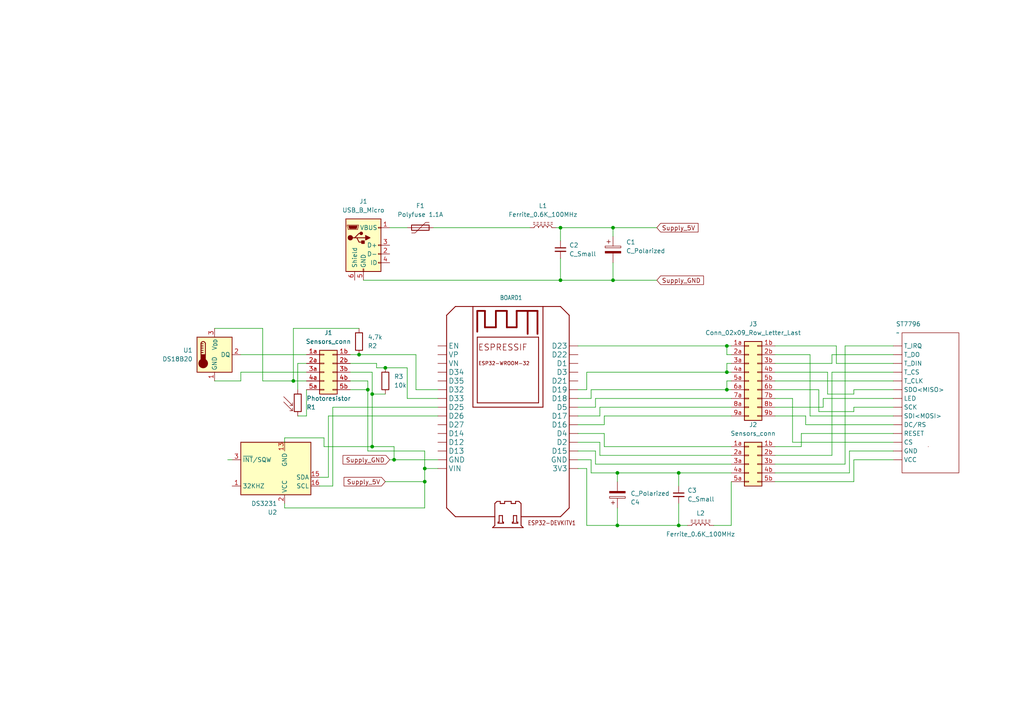
<source format=kicad_sch>
(kicad_sch
	(version 20250114)
	(generator "eeschema")
	(generator_version "9.0")
	(uuid "72220354-cf49-4670-89b7-1f49e869cfed")
	(paper "A4")
	(lib_symbols
		(symbol "Connector:USB_B_Micro"
			(pin_names
				(offset 1.016)
			)
			(exclude_from_sim no)
			(in_bom yes)
			(on_board yes)
			(property "Reference" "J"
				(at -5.08 11.43 0)
				(effects
					(font
						(size 1.27 1.27)
					)
					(justify left)
				)
			)
			(property "Value" "USB_B_Micro"
				(at -5.08 8.89 0)
				(effects
					(font
						(size 1.27 1.27)
					)
					(justify left)
				)
			)
			(property "Footprint" ""
				(at 3.81 -1.27 0)
				(effects
					(font
						(size 1.27 1.27)
					)
					(hide yes)
				)
			)
			(property "Datasheet" "~"
				(at 3.81 -1.27 0)
				(effects
					(font
						(size 1.27 1.27)
					)
					(hide yes)
				)
			)
			(property "Description" "USB Micro Type B connector"
				(at 0 0 0)
				(effects
					(font
						(size 1.27 1.27)
					)
					(hide yes)
				)
			)
			(property "ki_keywords" "connector USB micro"
				(at 0 0 0)
				(effects
					(font
						(size 1.27 1.27)
					)
					(hide yes)
				)
			)
			(property "ki_fp_filters" "USB*Micro*B*"
				(at 0 0 0)
				(effects
					(font
						(size 1.27 1.27)
					)
					(hide yes)
				)
			)
			(symbol "USB_B_Micro_0_1"
				(rectangle
					(start -5.08 -7.62)
					(end 5.08 7.62)
					(stroke
						(width 0.254)
						(type default)
					)
					(fill
						(type background)
					)
				)
				(polyline
					(pts
						(xy -4.699 5.842) (xy -4.699 5.588) (xy -4.445 4.826) (xy -4.445 4.572) (xy -1.651 4.572) (xy -1.651 4.826)
						(xy -1.397 5.588) (xy -1.397 5.842) (xy -4.699 5.842)
					)
					(stroke
						(width 0)
						(type default)
					)
					(fill
						(type none)
					)
				)
				(polyline
					(pts
						(xy -4.318 5.588) (xy -1.778 5.588) (xy -2.032 4.826) (xy -4.064 4.826) (xy -4.318 5.588)
					)
					(stroke
						(width 0)
						(type default)
					)
					(fill
						(type outline)
					)
				)
				(circle
					(center -3.81 2.159)
					(radius 0.635)
					(stroke
						(width 0.254)
						(type default)
					)
					(fill
						(type outline)
					)
				)
				(polyline
					(pts
						(xy -3.175 2.159) (xy -2.54 2.159) (xy -1.27 3.429) (xy -0.635 3.429)
					)
					(stroke
						(width 0.254)
						(type default)
					)
					(fill
						(type none)
					)
				)
				(polyline
					(pts
						(xy -2.54 2.159) (xy -1.905 2.159) (xy -1.27 0.889) (xy 0 0.889)
					)
					(stroke
						(width 0.254)
						(type default)
					)
					(fill
						(type none)
					)
				)
				(polyline
					(pts
						(xy -1.905 2.159) (xy 0.635 2.159)
					)
					(stroke
						(width 0.254)
						(type default)
					)
					(fill
						(type none)
					)
				)
				(circle
					(center -0.635 3.429)
					(radius 0.381)
					(stroke
						(width 0.254)
						(type default)
					)
					(fill
						(type outline)
					)
				)
				(rectangle
					(start -0.127 -7.62)
					(end 0.127 -6.858)
					(stroke
						(width 0)
						(type default)
					)
					(fill
						(type none)
					)
				)
				(rectangle
					(start 0.254 1.27)
					(end -0.508 0.508)
					(stroke
						(width 0.254)
						(type default)
					)
					(fill
						(type outline)
					)
				)
				(polyline
					(pts
						(xy 0.635 2.794) (xy 0.635 1.524) (xy 1.905 2.159) (xy 0.635 2.794)
					)
					(stroke
						(width 0.254)
						(type default)
					)
					(fill
						(type outline)
					)
				)
				(rectangle
					(start 5.08 4.953)
					(end 4.318 5.207)
					(stroke
						(width 0)
						(type default)
					)
					(fill
						(type none)
					)
				)
				(rectangle
					(start 5.08 -0.127)
					(end 4.318 0.127)
					(stroke
						(width 0)
						(type default)
					)
					(fill
						(type none)
					)
				)
				(rectangle
					(start 5.08 -2.667)
					(end 4.318 -2.413)
					(stroke
						(width 0)
						(type default)
					)
					(fill
						(type none)
					)
				)
				(rectangle
					(start 5.08 -5.207)
					(end 4.318 -4.953)
					(stroke
						(width 0)
						(type default)
					)
					(fill
						(type none)
					)
				)
			)
			(symbol "USB_B_Micro_1_1"
				(pin passive line
					(at -2.54 -10.16 90)
					(length 2.54)
					(name "Shield"
						(effects
							(font
								(size 1.27 1.27)
							)
						)
					)
					(number "6"
						(effects
							(font
								(size 1.27 1.27)
							)
						)
					)
				)
				(pin power_out line
					(at 0 -10.16 90)
					(length 2.54)
					(name "GND"
						(effects
							(font
								(size 1.27 1.27)
							)
						)
					)
					(number "5"
						(effects
							(font
								(size 1.27 1.27)
							)
						)
					)
				)
				(pin power_out line
					(at 7.62 5.08 180)
					(length 2.54)
					(name "VBUS"
						(effects
							(font
								(size 1.27 1.27)
							)
						)
					)
					(number "1"
						(effects
							(font
								(size 1.27 1.27)
							)
						)
					)
				)
				(pin bidirectional line
					(at 7.62 0 180)
					(length 2.54)
					(name "D+"
						(effects
							(font
								(size 1.27 1.27)
							)
						)
					)
					(number "3"
						(effects
							(font
								(size 1.27 1.27)
							)
						)
					)
				)
				(pin bidirectional line
					(at 7.62 -2.54 180)
					(length 2.54)
					(name "D-"
						(effects
							(font
								(size 1.27 1.27)
							)
						)
					)
					(number "2"
						(effects
							(font
								(size 1.27 1.27)
							)
						)
					)
				)
				(pin passive line
					(at 7.62 -5.08 180)
					(length 2.54)
					(name "ID"
						(effects
							(font
								(size 1.27 1.27)
							)
						)
					)
					(number "4"
						(effects
							(font
								(size 1.27 1.27)
							)
						)
					)
				)
			)
			(embedded_fonts no)
		)
		(symbol "Connector_Generic:Conn_02x05_Row_Letter_Last"
			(pin_names
				(offset 1.016)
				(hide yes)
			)
			(exclude_from_sim no)
			(in_bom yes)
			(on_board yes)
			(property "Reference" "J"
				(at 1.27 7.62 0)
				(effects
					(font
						(size 1.27 1.27)
					)
				)
			)
			(property "Value" "Conn_02x05_Row_Letter_Last"
				(at 1.27 -7.62 0)
				(effects
					(font
						(size 1.27 1.27)
					)
				)
			)
			(property "Footprint" ""
				(at 0 0 0)
				(effects
					(font
						(size 1.27 1.27)
					)
					(hide yes)
				)
			)
			(property "Datasheet" "~"
				(at 0 0 0)
				(effects
					(font
						(size 1.27 1.27)
					)
					(hide yes)
				)
			)
			(property "Description" "Generic connector, double row, 02x05, row letter last pin numbering scheme (pin number consists of a letter for the row and a number for the pin index in this row. 1a, ..., Na; 1b, ..., Nb)), script generated (kicad-library-utils/schlib/autogen/connector/)"
				(at 0 0 0)
				(effects
					(font
						(size 1.27 1.27)
					)
					(hide yes)
				)
			)
			(property "ki_keywords" "connector"
				(at 0 0 0)
				(effects
					(font
						(size 1.27 1.27)
					)
					(hide yes)
				)
			)
			(property "ki_fp_filters" "Connector*:*_2x??_*"
				(at 0 0 0)
				(effects
					(font
						(size 1.27 1.27)
					)
					(hide yes)
				)
			)
			(symbol "Conn_02x05_Row_Letter_Last_1_1"
				(rectangle
					(start -1.27 6.35)
					(end 3.81 -6.35)
					(stroke
						(width 0.254)
						(type default)
					)
					(fill
						(type background)
					)
				)
				(rectangle
					(start -1.27 5.207)
					(end 0 4.953)
					(stroke
						(width 0.1524)
						(type default)
					)
					(fill
						(type none)
					)
				)
				(rectangle
					(start -1.27 2.667)
					(end 0 2.413)
					(stroke
						(width 0.1524)
						(type default)
					)
					(fill
						(type none)
					)
				)
				(rectangle
					(start -1.27 0.127)
					(end 0 -0.127)
					(stroke
						(width 0.1524)
						(type default)
					)
					(fill
						(type none)
					)
				)
				(rectangle
					(start -1.27 -2.413)
					(end 0 -2.667)
					(stroke
						(width 0.1524)
						(type default)
					)
					(fill
						(type none)
					)
				)
				(rectangle
					(start -1.27 -4.953)
					(end 0 -5.207)
					(stroke
						(width 0.1524)
						(type default)
					)
					(fill
						(type none)
					)
				)
				(rectangle
					(start 3.81 5.207)
					(end 2.54 4.953)
					(stroke
						(width 0.1524)
						(type default)
					)
					(fill
						(type none)
					)
				)
				(rectangle
					(start 3.81 2.667)
					(end 2.54 2.413)
					(stroke
						(width 0.1524)
						(type default)
					)
					(fill
						(type none)
					)
				)
				(rectangle
					(start 3.81 0.127)
					(end 2.54 -0.127)
					(stroke
						(width 0.1524)
						(type default)
					)
					(fill
						(type none)
					)
				)
				(rectangle
					(start 3.81 -2.413)
					(end 2.54 -2.667)
					(stroke
						(width 0.1524)
						(type default)
					)
					(fill
						(type none)
					)
				)
				(rectangle
					(start 3.81 -4.953)
					(end 2.54 -5.207)
					(stroke
						(width 0.1524)
						(type default)
					)
					(fill
						(type none)
					)
				)
				(pin passive line
					(at -5.08 5.08 0)
					(length 3.81)
					(name "Pin_1a"
						(effects
							(font
								(size 1.27 1.27)
							)
						)
					)
					(number "1a"
						(effects
							(font
								(size 1.27 1.27)
							)
						)
					)
				)
				(pin passive line
					(at -5.08 2.54 0)
					(length 3.81)
					(name "Pin_2a"
						(effects
							(font
								(size 1.27 1.27)
							)
						)
					)
					(number "2a"
						(effects
							(font
								(size 1.27 1.27)
							)
						)
					)
				)
				(pin passive line
					(at -5.08 0 0)
					(length 3.81)
					(name "Pin_3a"
						(effects
							(font
								(size 1.27 1.27)
							)
						)
					)
					(number "3a"
						(effects
							(font
								(size 1.27 1.27)
							)
						)
					)
				)
				(pin passive line
					(at -5.08 -2.54 0)
					(length 3.81)
					(name "Pin_4a"
						(effects
							(font
								(size 1.27 1.27)
							)
						)
					)
					(number "4a"
						(effects
							(font
								(size 1.27 1.27)
							)
						)
					)
				)
				(pin passive line
					(at -5.08 -5.08 0)
					(length 3.81)
					(name "Pin_5a"
						(effects
							(font
								(size 1.27 1.27)
							)
						)
					)
					(number "5a"
						(effects
							(font
								(size 1.27 1.27)
							)
						)
					)
				)
				(pin passive line
					(at 7.62 5.08 180)
					(length 3.81)
					(name "Pin_1b"
						(effects
							(font
								(size 1.27 1.27)
							)
						)
					)
					(number "1b"
						(effects
							(font
								(size 1.27 1.27)
							)
						)
					)
				)
				(pin passive line
					(at 7.62 2.54 180)
					(length 3.81)
					(name "Pin_2b"
						(effects
							(font
								(size 1.27 1.27)
							)
						)
					)
					(number "2b"
						(effects
							(font
								(size 1.27 1.27)
							)
						)
					)
				)
				(pin passive line
					(at 7.62 0 180)
					(length 3.81)
					(name "Pin_3b"
						(effects
							(font
								(size 1.27 1.27)
							)
						)
					)
					(number "3b"
						(effects
							(font
								(size 1.27 1.27)
							)
						)
					)
				)
				(pin passive line
					(at 7.62 -2.54 180)
					(length 3.81)
					(name "Pin_4b"
						(effects
							(font
								(size 1.27 1.27)
							)
						)
					)
					(number "4b"
						(effects
							(font
								(size 1.27 1.27)
							)
						)
					)
				)
				(pin passive line
					(at 7.62 -5.08 180)
					(length 3.81)
					(name "Pin_5b"
						(effects
							(font
								(size 1.27 1.27)
							)
						)
					)
					(number "5b"
						(effects
							(font
								(size 1.27 1.27)
							)
						)
					)
				)
			)
			(embedded_fonts no)
		)
		(symbol "Connector_Generic:Conn_02x09_Row_Letter_Last"
			(pin_names
				(offset 1.016)
				(hide yes)
			)
			(exclude_from_sim no)
			(in_bom yes)
			(on_board yes)
			(property "Reference" "J"
				(at 1.27 12.7 0)
				(effects
					(font
						(size 1.27 1.27)
					)
				)
			)
			(property "Value" "Conn_02x09_Row_Letter_Last"
				(at 1.27 -12.7 0)
				(effects
					(font
						(size 1.27 1.27)
					)
				)
			)
			(property "Footprint" ""
				(at 0 0 0)
				(effects
					(font
						(size 1.27 1.27)
					)
					(hide yes)
				)
			)
			(property "Datasheet" "~"
				(at 0 0 0)
				(effects
					(font
						(size 1.27 1.27)
					)
					(hide yes)
				)
			)
			(property "Description" "Generic connector, double row, 02x09, row letter last pin numbering scheme (pin number consists of a letter for the row and a number for the pin index in this row. 1a, ..., Na; 1b, ..., Nb)), script generated (kicad-library-utils/schlib/autogen/connector/)"
				(at 0 0 0)
				(effects
					(font
						(size 1.27 1.27)
					)
					(hide yes)
				)
			)
			(property "ki_keywords" "connector"
				(at 0 0 0)
				(effects
					(font
						(size 1.27 1.27)
					)
					(hide yes)
				)
			)
			(property "ki_fp_filters" "Connector*:*_2x??_*"
				(at 0 0 0)
				(effects
					(font
						(size 1.27 1.27)
					)
					(hide yes)
				)
			)
			(symbol "Conn_02x09_Row_Letter_Last_1_1"
				(rectangle
					(start -1.27 11.43)
					(end 3.81 -11.43)
					(stroke
						(width 0.254)
						(type default)
					)
					(fill
						(type background)
					)
				)
				(rectangle
					(start -1.27 10.287)
					(end 0 10.033)
					(stroke
						(width 0.1524)
						(type default)
					)
					(fill
						(type none)
					)
				)
				(rectangle
					(start -1.27 7.747)
					(end 0 7.493)
					(stroke
						(width 0.1524)
						(type default)
					)
					(fill
						(type none)
					)
				)
				(rectangle
					(start -1.27 5.207)
					(end 0 4.953)
					(stroke
						(width 0.1524)
						(type default)
					)
					(fill
						(type none)
					)
				)
				(rectangle
					(start -1.27 2.667)
					(end 0 2.413)
					(stroke
						(width 0.1524)
						(type default)
					)
					(fill
						(type none)
					)
				)
				(rectangle
					(start -1.27 0.127)
					(end 0 -0.127)
					(stroke
						(width 0.1524)
						(type default)
					)
					(fill
						(type none)
					)
				)
				(rectangle
					(start -1.27 -2.413)
					(end 0 -2.667)
					(stroke
						(width 0.1524)
						(type default)
					)
					(fill
						(type none)
					)
				)
				(rectangle
					(start -1.27 -4.953)
					(end 0 -5.207)
					(stroke
						(width 0.1524)
						(type default)
					)
					(fill
						(type none)
					)
				)
				(rectangle
					(start -1.27 -7.493)
					(end 0 -7.747)
					(stroke
						(width 0.1524)
						(type default)
					)
					(fill
						(type none)
					)
				)
				(rectangle
					(start -1.27 -10.033)
					(end 0 -10.287)
					(stroke
						(width 0.1524)
						(type default)
					)
					(fill
						(type none)
					)
				)
				(rectangle
					(start 3.81 10.287)
					(end 2.54 10.033)
					(stroke
						(width 0.1524)
						(type default)
					)
					(fill
						(type none)
					)
				)
				(rectangle
					(start 3.81 7.747)
					(end 2.54 7.493)
					(stroke
						(width 0.1524)
						(type default)
					)
					(fill
						(type none)
					)
				)
				(rectangle
					(start 3.81 5.207)
					(end 2.54 4.953)
					(stroke
						(width 0.1524)
						(type default)
					)
					(fill
						(type none)
					)
				)
				(rectangle
					(start 3.81 2.667)
					(end 2.54 2.413)
					(stroke
						(width 0.1524)
						(type default)
					)
					(fill
						(type none)
					)
				)
				(rectangle
					(start 3.81 0.127)
					(end 2.54 -0.127)
					(stroke
						(width 0.1524)
						(type default)
					)
					(fill
						(type none)
					)
				)
				(rectangle
					(start 3.81 -2.413)
					(end 2.54 -2.667)
					(stroke
						(width 0.1524)
						(type default)
					)
					(fill
						(type none)
					)
				)
				(rectangle
					(start 3.81 -4.953)
					(end 2.54 -5.207)
					(stroke
						(width 0.1524)
						(type default)
					)
					(fill
						(type none)
					)
				)
				(rectangle
					(start 3.81 -7.493)
					(end 2.54 -7.747)
					(stroke
						(width 0.1524)
						(type default)
					)
					(fill
						(type none)
					)
				)
				(rectangle
					(start 3.81 -10.033)
					(end 2.54 -10.287)
					(stroke
						(width 0.1524)
						(type default)
					)
					(fill
						(type none)
					)
				)
				(pin passive line
					(at -5.08 10.16 0)
					(length 3.81)
					(name "Pin_1a"
						(effects
							(font
								(size 1.27 1.27)
							)
						)
					)
					(number "1a"
						(effects
							(font
								(size 1.27 1.27)
							)
						)
					)
				)
				(pin passive line
					(at -5.08 7.62 0)
					(length 3.81)
					(name "Pin_2a"
						(effects
							(font
								(size 1.27 1.27)
							)
						)
					)
					(number "2a"
						(effects
							(font
								(size 1.27 1.27)
							)
						)
					)
				)
				(pin passive line
					(at -5.08 5.08 0)
					(length 3.81)
					(name "Pin_3a"
						(effects
							(font
								(size 1.27 1.27)
							)
						)
					)
					(number "3a"
						(effects
							(font
								(size 1.27 1.27)
							)
						)
					)
				)
				(pin passive line
					(at -5.08 2.54 0)
					(length 3.81)
					(name "Pin_4a"
						(effects
							(font
								(size 1.27 1.27)
							)
						)
					)
					(number "4a"
						(effects
							(font
								(size 1.27 1.27)
							)
						)
					)
				)
				(pin passive line
					(at -5.08 0 0)
					(length 3.81)
					(name "Pin_5a"
						(effects
							(font
								(size 1.27 1.27)
							)
						)
					)
					(number "5a"
						(effects
							(font
								(size 1.27 1.27)
							)
						)
					)
				)
				(pin passive line
					(at -5.08 -2.54 0)
					(length 3.81)
					(name "Pin_6a"
						(effects
							(font
								(size 1.27 1.27)
							)
						)
					)
					(number "6a"
						(effects
							(font
								(size 1.27 1.27)
							)
						)
					)
				)
				(pin passive line
					(at -5.08 -5.08 0)
					(length 3.81)
					(name "Pin_7a"
						(effects
							(font
								(size 1.27 1.27)
							)
						)
					)
					(number "7a"
						(effects
							(font
								(size 1.27 1.27)
							)
						)
					)
				)
				(pin passive line
					(at -5.08 -7.62 0)
					(length 3.81)
					(name "Pin_8a"
						(effects
							(font
								(size 1.27 1.27)
							)
						)
					)
					(number "8a"
						(effects
							(font
								(size 1.27 1.27)
							)
						)
					)
				)
				(pin passive line
					(at -5.08 -10.16 0)
					(length 3.81)
					(name "Pin_9a"
						(effects
							(font
								(size 1.27 1.27)
							)
						)
					)
					(number "9a"
						(effects
							(font
								(size 1.27 1.27)
							)
						)
					)
				)
				(pin passive line
					(at 7.62 10.16 180)
					(length 3.81)
					(name "Pin_1b"
						(effects
							(font
								(size 1.27 1.27)
							)
						)
					)
					(number "1b"
						(effects
							(font
								(size 1.27 1.27)
							)
						)
					)
				)
				(pin passive line
					(at 7.62 7.62 180)
					(length 3.81)
					(name "Pin_2b"
						(effects
							(font
								(size 1.27 1.27)
							)
						)
					)
					(number "2b"
						(effects
							(font
								(size 1.27 1.27)
							)
						)
					)
				)
				(pin passive line
					(at 7.62 5.08 180)
					(length 3.81)
					(name "Pin_3b"
						(effects
							(font
								(size 1.27 1.27)
							)
						)
					)
					(number "3b"
						(effects
							(font
								(size 1.27 1.27)
							)
						)
					)
				)
				(pin passive line
					(at 7.62 2.54 180)
					(length 3.81)
					(name "Pin_4b"
						(effects
							(font
								(size 1.27 1.27)
							)
						)
					)
					(number "4b"
						(effects
							(font
								(size 1.27 1.27)
							)
						)
					)
				)
				(pin passive line
					(at 7.62 0 180)
					(length 3.81)
					(name "Pin_5b"
						(effects
							(font
								(size 1.27 1.27)
							)
						)
					)
					(number "5b"
						(effects
							(font
								(size 1.27 1.27)
							)
						)
					)
				)
				(pin passive line
					(at 7.62 -2.54 180)
					(length 3.81)
					(name "Pin_6b"
						(effects
							(font
								(size 1.27 1.27)
							)
						)
					)
					(number "6b"
						(effects
							(font
								(size 1.27 1.27)
							)
						)
					)
				)
				(pin passive line
					(at 7.62 -5.08 180)
					(length 3.81)
					(name "Pin_7b"
						(effects
							(font
								(size 1.27 1.27)
							)
						)
					)
					(number "7b"
						(effects
							(font
								(size 1.27 1.27)
							)
						)
					)
				)
				(pin passive line
					(at 7.62 -7.62 180)
					(length 3.81)
					(name "Pin_8b"
						(effects
							(font
								(size 1.27 1.27)
							)
						)
					)
					(number "8b"
						(effects
							(font
								(size 1.27 1.27)
							)
						)
					)
				)
				(pin passive line
					(at 7.62 -10.16 180)
					(length 3.81)
					(name "Pin_9b"
						(effects
							(font
								(size 1.27 1.27)
							)
						)
					)
					(number "9b"
						(effects
							(font
								(size 1.27 1.27)
							)
						)
					)
				)
			)
			(embedded_fonts no)
		)
		(symbol "Device:C_Polarized"
			(pin_numbers
				(hide yes)
			)
			(pin_names
				(offset 0.254)
			)
			(exclude_from_sim no)
			(in_bom yes)
			(on_board yes)
			(property "Reference" "C"
				(at 0.635 2.54 0)
				(effects
					(font
						(size 1.27 1.27)
					)
					(justify left)
				)
			)
			(property "Value" "C_Polarized"
				(at 0.635 -2.54 0)
				(effects
					(font
						(size 1.27 1.27)
					)
					(justify left)
				)
			)
			(property "Footprint" ""
				(at 0.9652 -3.81 0)
				(effects
					(font
						(size 1.27 1.27)
					)
					(hide yes)
				)
			)
			(property "Datasheet" "~"
				(at 0 0 0)
				(effects
					(font
						(size 1.27 1.27)
					)
					(hide yes)
				)
			)
			(property "Description" "Polarized capacitor"
				(at 0 0 0)
				(effects
					(font
						(size 1.27 1.27)
					)
					(hide yes)
				)
			)
			(property "ki_keywords" "cap capacitor"
				(at 0 0 0)
				(effects
					(font
						(size 1.27 1.27)
					)
					(hide yes)
				)
			)
			(property "ki_fp_filters" "CP_*"
				(at 0 0 0)
				(effects
					(font
						(size 1.27 1.27)
					)
					(hide yes)
				)
			)
			(symbol "C_Polarized_0_1"
				(rectangle
					(start -2.286 0.508)
					(end 2.286 1.016)
					(stroke
						(width 0)
						(type default)
					)
					(fill
						(type none)
					)
				)
				(polyline
					(pts
						(xy -1.778 2.286) (xy -0.762 2.286)
					)
					(stroke
						(width 0)
						(type default)
					)
					(fill
						(type none)
					)
				)
				(polyline
					(pts
						(xy -1.27 2.794) (xy -1.27 1.778)
					)
					(stroke
						(width 0)
						(type default)
					)
					(fill
						(type none)
					)
				)
				(rectangle
					(start 2.286 -0.508)
					(end -2.286 -1.016)
					(stroke
						(width 0)
						(type default)
					)
					(fill
						(type outline)
					)
				)
			)
			(symbol "C_Polarized_1_1"
				(pin passive line
					(at 0 3.81 270)
					(length 2.794)
					(name "~"
						(effects
							(font
								(size 1.27 1.27)
							)
						)
					)
					(number "1"
						(effects
							(font
								(size 1.27 1.27)
							)
						)
					)
				)
				(pin passive line
					(at 0 -3.81 90)
					(length 2.794)
					(name "~"
						(effects
							(font
								(size 1.27 1.27)
							)
						)
					)
					(number "2"
						(effects
							(font
								(size 1.27 1.27)
							)
						)
					)
				)
			)
			(embedded_fonts no)
		)
		(symbol "Device:C_Small"
			(pin_numbers
				(hide yes)
			)
			(pin_names
				(offset 0.254)
				(hide yes)
			)
			(exclude_from_sim no)
			(in_bom yes)
			(on_board yes)
			(property "Reference" "C"
				(at 0.254 1.778 0)
				(effects
					(font
						(size 1.27 1.27)
					)
					(justify left)
				)
			)
			(property "Value" "C_Small"
				(at 0.254 -2.032 0)
				(effects
					(font
						(size 1.27 1.27)
					)
					(justify left)
				)
			)
			(property "Footprint" ""
				(at 0 0 0)
				(effects
					(font
						(size 1.27 1.27)
					)
					(hide yes)
				)
			)
			(property "Datasheet" "~"
				(at 0 0 0)
				(effects
					(font
						(size 1.27 1.27)
					)
					(hide yes)
				)
			)
			(property "Description" "Unpolarized capacitor, small symbol"
				(at 0 0 0)
				(effects
					(font
						(size 1.27 1.27)
					)
					(hide yes)
				)
			)
			(property "ki_keywords" "capacitor cap"
				(at 0 0 0)
				(effects
					(font
						(size 1.27 1.27)
					)
					(hide yes)
				)
			)
			(property "ki_fp_filters" "C_*"
				(at 0 0 0)
				(effects
					(font
						(size 1.27 1.27)
					)
					(hide yes)
				)
			)
			(symbol "C_Small_0_1"
				(polyline
					(pts
						(xy -1.524 0.508) (xy 1.524 0.508)
					)
					(stroke
						(width 0.3048)
						(type default)
					)
					(fill
						(type none)
					)
				)
				(polyline
					(pts
						(xy -1.524 -0.508) (xy 1.524 -0.508)
					)
					(stroke
						(width 0.3302)
						(type default)
					)
					(fill
						(type none)
					)
				)
			)
			(symbol "C_Small_1_1"
				(pin passive line
					(at 0 2.54 270)
					(length 2.032)
					(name "~"
						(effects
							(font
								(size 1.27 1.27)
							)
						)
					)
					(number "1"
						(effects
							(font
								(size 1.27 1.27)
							)
						)
					)
				)
				(pin passive line
					(at 0 -2.54 90)
					(length 2.032)
					(name "~"
						(effects
							(font
								(size 1.27 1.27)
							)
						)
					)
					(number "2"
						(effects
							(font
								(size 1.27 1.27)
							)
						)
					)
				)
			)
			(embedded_fonts no)
		)
		(symbol "Device:L_Ferrite"
			(pin_numbers
				(hide yes)
			)
			(pin_names
				(offset 1.016)
				(hide yes)
			)
			(exclude_from_sim no)
			(in_bom yes)
			(on_board yes)
			(property "Reference" "L"
				(at -1.27 0 90)
				(effects
					(font
						(size 1.27 1.27)
					)
				)
			)
			(property "Value" "L_Ferrite"
				(at 2.794 0 90)
				(effects
					(font
						(size 1.27 1.27)
					)
				)
			)
			(property "Footprint" ""
				(at 0 0 0)
				(effects
					(font
						(size 1.27 1.27)
					)
					(hide yes)
				)
			)
			(property "Datasheet" "~"
				(at 0 0 0)
				(effects
					(font
						(size 1.27 1.27)
					)
					(hide yes)
				)
			)
			(property "Description" "Inductor with ferrite core"
				(at 0 0 0)
				(effects
					(font
						(size 1.27 1.27)
					)
					(hide yes)
				)
			)
			(property "ki_keywords" "inductor choke coil reactor magnetic"
				(at 0 0 0)
				(effects
					(font
						(size 1.27 1.27)
					)
					(hide yes)
				)
			)
			(property "ki_fp_filters" "Choke_* *Coil* Inductor_* L_*"
				(at 0 0 0)
				(effects
					(font
						(size 1.27 1.27)
					)
					(hide yes)
				)
			)
			(symbol "L_Ferrite_0_1"
				(arc
					(start 0 2.54)
					(mid 0.6323 1.905)
					(end 0 1.27)
					(stroke
						(width 0)
						(type default)
					)
					(fill
						(type none)
					)
				)
				(arc
					(start 0 1.27)
					(mid 0.6323 0.635)
					(end 0 0)
					(stroke
						(width 0)
						(type default)
					)
					(fill
						(type none)
					)
				)
				(arc
					(start 0 0)
					(mid 0.6323 -0.635)
					(end 0 -1.27)
					(stroke
						(width 0)
						(type default)
					)
					(fill
						(type none)
					)
				)
				(arc
					(start 0 -1.27)
					(mid 0.6323 -1.905)
					(end 0 -2.54)
					(stroke
						(width 0)
						(type default)
					)
					(fill
						(type none)
					)
				)
				(polyline
					(pts
						(xy 1.016 2.286) (xy 1.016 2.794)
					)
					(stroke
						(width 0)
						(type default)
					)
					(fill
						(type none)
					)
				)
				(polyline
					(pts
						(xy 1.016 1.27) (xy 1.016 1.778)
					)
					(stroke
						(width 0)
						(type default)
					)
					(fill
						(type none)
					)
				)
				(polyline
					(pts
						(xy 1.016 0.254) (xy 1.016 0.762)
					)
					(stroke
						(width 0)
						(type default)
					)
					(fill
						(type none)
					)
				)
				(polyline
					(pts
						(xy 1.016 -0.762) (xy 1.016 -0.254)
					)
					(stroke
						(width 0)
						(type default)
					)
					(fill
						(type none)
					)
				)
				(polyline
					(pts
						(xy 1.016 -1.778) (xy 1.016 -1.27)
					)
					(stroke
						(width 0)
						(type default)
					)
					(fill
						(type none)
					)
				)
				(polyline
					(pts
						(xy 1.016 -2.794) (xy 1.016 -2.286)
					)
					(stroke
						(width 0)
						(type default)
					)
					(fill
						(type none)
					)
				)
				(polyline
					(pts
						(xy 1.524 2.794) (xy 1.524 2.286)
					)
					(stroke
						(width 0)
						(type default)
					)
					(fill
						(type none)
					)
				)
				(polyline
					(pts
						(xy 1.524 1.778) (xy 1.524 1.27)
					)
					(stroke
						(width 0)
						(type default)
					)
					(fill
						(type none)
					)
				)
				(polyline
					(pts
						(xy 1.524 0.762) (xy 1.524 0.254)
					)
					(stroke
						(width 0)
						(type default)
					)
					(fill
						(type none)
					)
				)
				(polyline
					(pts
						(xy 1.524 -0.254) (xy 1.524 -0.762)
					)
					(stroke
						(width 0)
						(type default)
					)
					(fill
						(type none)
					)
				)
				(polyline
					(pts
						(xy 1.524 -1.27) (xy 1.524 -1.778)
					)
					(stroke
						(width 0)
						(type default)
					)
					(fill
						(type none)
					)
				)
				(polyline
					(pts
						(xy 1.524 -2.286) (xy 1.524 -2.794)
					)
					(stroke
						(width 0)
						(type default)
					)
					(fill
						(type none)
					)
				)
			)
			(symbol "L_Ferrite_1_1"
				(pin passive line
					(at 0 3.81 270)
					(length 1.27)
					(name "1"
						(effects
							(font
								(size 1.27 1.27)
							)
						)
					)
					(number "1"
						(effects
							(font
								(size 1.27 1.27)
							)
						)
					)
				)
				(pin passive line
					(at 0 -3.81 90)
					(length 1.27)
					(name "2"
						(effects
							(font
								(size 1.27 1.27)
							)
						)
					)
					(number "2"
						(effects
							(font
								(size 1.27 1.27)
							)
						)
					)
				)
			)
			(embedded_fonts no)
		)
		(symbol "Device:Polyfuse"
			(pin_numbers
				(hide yes)
			)
			(pin_names
				(offset 0)
			)
			(exclude_from_sim no)
			(in_bom yes)
			(on_board yes)
			(property "Reference" "F"
				(at -2.54 0 90)
				(effects
					(font
						(size 1.27 1.27)
					)
				)
			)
			(property "Value" "Polyfuse"
				(at 2.54 0 90)
				(effects
					(font
						(size 1.27 1.27)
					)
				)
			)
			(property "Footprint" ""
				(at 1.27 -5.08 0)
				(effects
					(font
						(size 1.27 1.27)
					)
					(justify left)
					(hide yes)
				)
			)
			(property "Datasheet" "~"
				(at 0 0 0)
				(effects
					(font
						(size 1.27 1.27)
					)
					(hide yes)
				)
			)
			(property "Description" "Resettable fuse, polymeric positive temperature coefficient"
				(at 0 0 0)
				(effects
					(font
						(size 1.27 1.27)
					)
					(hide yes)
				)
			)
			(property "ki_keywords" "resettable fuse PTC PPTC polyfuse polyswitch"
				(at 0 0 0)
				(effects
					(font
						(size 1.27 1.27)
					)
					(hide yes)
				)
			)
			(property "ki_fp_filters" "*polyfuse* *PTC*"
				(at 0 0 0)
				(effects
					(font
						(size 1.27 1.27)
					)
					(hide yes)
				)
			)
			(symbol "Polyfuse_0_1"
				(polyline
					(pts
						(xy -1.524 2.54) (xy -1.524 1.524) (xy 1.524 -1.524) (xy 1.524 -2.54)
					)
					(stroke
						(width 0)
						(type default)
					)
					(fill
						(type none)
					)
				)
				(rectangle
					(start -0.762 2.54)
					(end 0.762 -2.54)
					(stroke
						(width 0.254)
						(type default)
					)
					(fill
						(type none)
					)
				)
				(polyline
					(pts
						(xy 0 2.54) (xy 0 -2.54)
					)
					(stroke
						(width 0)
						(type default)
					)
					(fill
						(type none)
					)
				)
			)
			(symbol "Polyfuse_1_1"
				(pin passive line
					(at 0 3.81 270)
					(length 1.27)
					(name "~"
						(effects
							(font
								(size 1.27 1.27)
							)
						)
					)
					(number "1"
						(effects
							(font
								(size 1.27 1.27)
							)
						)
					)
				)
				(pin passive line
					(at 0 -3.81 90)
					(length 1.27)
					(name "~"
						(effects
							(font
								(size 1.27 1.27)
							)
						)
					)
					(number "2"
						(effects
							(font
								(size 1.27 1.27)
							)
						)
					)
				)
			)
			(embedded_fonts no)
		)
		(symbol "Device:R"
			(pin_numbers
				(hide yes)
			)
			(pin_names
				(offset 0)
			)
			(exclude_from_sim no)
			(in_bom yes)
			(on_board yes)
			(property "Reference" "R"
				(at 2.032 0 90)
				(effects
					(font
						(size 1.27 1.27)
					)
				)
			)
			(property "Value" "R"
				(at 0 0 90)
				(effects
					(font
						(size 1.27 1.27)
					)
				)
			)
			(property "Footprint" ""
				(at -1.778 0 90)
				(effects
					(font
						(size 1.27 1.27)
					)
					(hide yes)
				)
			)
			(property "Datasheet" "~"
				(at 0 0 0)
				(effects
					(font
						(size 1.27 1.27)
					)
					(hide yes)
				)
			)
			(property "Description" "Resistor"
				(at 0 0 0)
				(effects
					(font
						(size 1.27 1.27)
					)
					(hide yes)
				)
			)
			(property "ki_keywords" "R res resistor"
				(at 0 0 0)
				(effects
					(font
						(size 1.27 1.27)
					)
					(hide yes)
				)
			)
			(property "ki_fp_filters" "R_*"
				(at 0 0 0)
				(effects
					(font
						(size 1.27 1.27)
					)
					(hide yes)
				)
			)
			(symbol "R_0_1"
				(rectangle
					(start -1.016 -2.54)
					(end 1.016 2.54)
					(stroke
						(width 0.254)
						(type default)
					)
					(fill
						(type none)
					)
				)
			)
			(symbol "R_1_1"
				(pin passive line
					(at 0 3.81 270)
					(length 1.27)
					(name "~"
						(effects
							(font
								(size 1.27 1.27)
							)
						)
					)
					(number "1"
						(effects
							(font
								(size 1.27 1.27)
							)
						)
					)
				)
				(pin passive line
					(at 0 -3.81 90)
					(length 1.27)
					(name "~"
						(effects
							(font
								(size 1.27 1.27)
							)
						)
					)
					(number "2"
						(effects
							(font
								(size 1.27 1.27)
							)
						)
					)
				)
			)
			(embedded_fonts no)
		)
		(symbol "RTC:DS3231"
			(exclude_from_sim no)
			(in_bom yes)
			(on_board yes)
			(property "Reference" "U"
				(at -7.62 8.89 0)
				(effects
					(font
						(size 1.27 1.27)
					)
					(justify right)
				)
			)
			(property "Value" "DS3231"
				(at 10.16 8.89 0)
				(effects
					(font
						(size 1.27 1.27)
					)
					(justify right)
				)
			)
			(property "Footprint" ""
				(at 0 -15.24 0)
				(effects
					(font
						(size 1.27 1.27)
					)
					(hide yes)
				)
			)
			(property "Datasheet" ""
				(at 6.858 1.27 0)
				(effects
					(font
						(size 1.27 1.27)
					)
					(hide yes)
				)
			)
			(property "Description" ""
				(at -18.288 -9.652 0)
				(effects
					(font
						(size 1.27 1.27)
					)
					(hide yes)
				)
			)
			(property "ki_keywords" "RTC TCXO Realtime Time Clock Crystal Oscillator I2C"
				(at 0 0 0)
				(effects
					(font
						(size 1.27 1.27)
					)
					(hide yes)
				)
			)
			(property "ki_fp_filters" "SOIC*7.5x10.3mm*P1.27mm*"
				(at 0 0 0)
				(effects
					(font
						(size 1.27 1.27)
					)
					(hide yes)
				)
			)
			(symbol "DS3231_0_1"
				(rectangle
					(start -10.16 7.62)
					(end 10.16 -7.62)
					(stroke
						(width 0.254)
						(type default)
					)
					(fill
						(type background)
					)
				)
			)
			(symbol "DS3231_1_1"
				(pin input line
					(at -12.7 5.08 0)
					(length 2.54)
					(name "SCL"
						(effects
							(font
								(size 1.27 1.27)
							)
						)
					)
					(number "16"
						(effects
							(font
								(size 1.27 1.27)
							)
						)
					)
				)
				(pin bidirectional line
					(at -12.7 2.54 0)
					(length 2.54)
					(name "SDA"
						(effects
							(font
								(size 1.27 1.27)
							)
						)
					)
					(number "15"
						(effects
							(font
								(size 1.27 1.27)
							)
						)
					)
				)
				(pin power_in line
					(at -2.54 10.16 270)
					(length 2.54)
					(name "VCC"
						(effects
							(font
								(size 1.27 1.27)
							)
						)
					)
					(number "2"
						(effects
							(font
								(size 1.27 1.27)
							)
						)
					)
				)
				(pin power_in line
					(at -2.54 -7.62 90)
					(length 2.54)
					(name "GND"
						(effects
							(font
								(size 1.27 1.27)
							)
						)
					)
					(number "13"
						(effects
							(font
								(size 1.27 1.27)
							)
						)
					)
				)
				(pin open_collector line
					(at 12.7 5.08 180)
					(length 2.54)
					(name "32KHZ"
						(effects
							(font
								(size 1.27 1.27)
							)
						)
					)
					(number "1"
						(effects
							(font
								(size 1.27 1.27)
							)
						)
					)
				)
				(pin open_collector line
					(at 12.7 -2.54 180)
					(length 2.54)
					(name "~{INT}/SQW"
						(effects
							(font
								(size 1.27 1.27)
							)
						)
					)
					(number "3"
						(effects
							(font
								(size 1.27 1.27)
							)
						)
					)
				)
			)
			(embedded_fonts no)
		)
		(symbol "Sensor_Optical:A9013"
			(pin_numbers
				(hide yes)
			)
			(pin_names
				(offset 0)
			)
			(exclude_from_sim no)
			(in_bom yes)
			(on_board yes)
			(property "Reference" "R"
				(at -5.08 0 90)
				(effects
					(font
						(size 1.27 1.27)
					)
				)
			)
			(property "Value" "A9013"
				(at 1.905 0 90)
				(effects
					(font
						(size 1.27 1.27)
					)
					(justify top)
				)
			)
			(property "Footprint" "OptoDevice:R_LDR_5.0x4.1mm_P3mm_Vertical"
				(at 4.445 0 90)
				(effects
					(font
						(size 1.27 1.27)
					)
					(hide yes)
				)
			)
			(property "Datasheet" "http://www.produktinfo.conrad.com/datenblaetter/125000-149999/145475-da-01-en-FOTOWIDERSTAND_A_9060_A_9013.pdf"
				(at 0 -1.27 0)
				(effects
					(font
						(size 1.27 1.27)
					)
					(hide yes)
				)
			)
			(property "Description" "light dependent resistor"
				(at 0 0 0)
				(effects
					(font
						(size 1.27 1.27)
					)
					(hide yes)
				)
			)
			(property "ki_keywords" "light dependent photo resistor LDR"
				(at 0 0 0)
				(effects
					(font
						(size 1.27 1.27)
					)
					(hide yes)
				)
			)
			(property "ki_fp_filters" "R*LDR*5.0x4.1mm*P3mm*"
				(at 0 0 0)
				(effects
					(font
						(size 1.27 1.27)
					)
					(hide yes)
				)
			)
			(symbol "A9013_0_1"
				(polyline
					(pts
						(xy -1.524 -0.762) (xy -4.064 1.778)
					)
					(stroke
						(width 0)
						(type default)
					)
					(fill
						(type none)
					)
				)
				(polyline
					(pts
						(xy -1.524 -0.762) (xy -2.286 -0.762)
					)
					(stroke
						(width 0)
						(type default)
					)
					(fill
						(type none)
					)
				)
				(polyline
					(pts
						(xy -1.524 -0.762) (xy -1.524 0)
					)
					(stroke
						(width 0)
						(type default)
					)
					(fill
						(type none)
					)
				)
				(polyline
					(pts
						(xy -1.524 -2.286) (xy -4.064 0.254)
					)
					(stroke
						(width 0)
						(type default)
					)
					(fill
						(type none)
					)
				)
				(polyline
					(pts
						(xy -1.524 -2.286) (xy -2.286 -2.286)
					)
					(stroke
						(width 0)
						(type default)
					)
					(fill
						(type none)
					)
				)
				(polyline
					(pts
						(xy -1.524 -2.286) (xy -1.524 -1.524)
					)
					(stroke
						(width 0)
						(type default)
					)
					(fill
						(type none)
					)
				)
				(rectangle
					(start -1.016 2.54)
					(end 1.016 -2.54)
					(stroke
						(width 0.254)
						(type default)
					)
					(fill
						(type none)
					)
				)
			)
			(symbol "A9013_1_1"
				(pin passive line
					(at 0 3.81 270)
					(length 1.27)
					(name "~"
						(effects
							(font
								(size 1.27 1.27)
							)
						)
					)
					(number "1"
						(effects
							(font
								(size 1.27 1.27)
							)
						)
					)
				)
				(pin passive line
					(at 0 -3.81 90)
					(length 1.27)
					(name "~"
						(effects
							(font
								(size 1.27 1.27)
							)
						)
					)
					(number "2"
						(effects
							(font
								(size 1.27 1.27)
							)
						)
					)
				)
			)
			(embedded_fonts no)
		)
		(symbol "Sensor_Temperature:DS18B20"
			(exclude_from_sim no)
			(in_bom yes)
			(on_board yes)
			(property "Reference" "U"
				(at -3.81 6.35 0)
				(effects
					(font
						(size 1.27 1.27)
					)
				)
			)
			(property "Value" "DS18B20"
				(at 6.35 6.35 0)
				(effects
					(font
						(size 1.27 1.27)
					)
				)
			)
			(property "Footprint" "Package_TO_SOT_THT:TO-92_Inline"
				(at -25.4 -6.35 0)
				(effects
					(font
						(size 1.27 1.27)
					)
					(hide yes)
				)
			)
			(property "Datasheet" "http://datasheets.maximintegrated.com/en/ds/DS18B20.pdf"
				(at -3.81 6.35 0)
				(effects
					(font
						(size 1.27 1.27)
					)
					(hide yes)
				)
			)
			(property "Description" "Programmable Resolution 1-Wire Digital Thermometer TO-92"
				(at 0 0 0)
				(effects
					(font
						(size 1.27 1.27)
					)
					(hide yes)
				)
			)
			(property "ki_keywords" "OneWire 1Wire Dallas Maxim"
				(at 0 0 0)
				(effects
					(font
						(size 1.27 1.27)
					)
					(hide yes)
				)
			)
			(property "ki_fp_filters" "TO*92*"
				(at 0 0 0)
				(effects
					(font
						(size 1.27 1.27)
					)
					(hide yes)
				)
			)
			(symbol "DS18B20_0_1"
				(rectangle
					(start -5.08 5.08)
					(end 5.08 -5.08)
					(stroke
						(width 0.254)
						(type default)
					)
					(fill
						(type background)
					)
				)
				(polyline
					(pts
						(xy -3.937 3.175) (xy -3.937 0)
					)
					(stroke
						(width 0.254)
						(type default)
					)
					(fill
						(type none)
					)
				)
				(polyline
					(pts
						(xy -3.937 3.175) (xy -3.302 3.175)
					)
					(stroke
						(width 0.254)
						(type default)
					)
					(fill
						(type none)
					)
				)
				(polyline
					(pts
						(xy -3.937 2.54) (xy -3.302 2.54)
					)
					(stroke
						(width 0.254)
						(type default)
					)
					(fill
						(type none)
					)
				)
				(polyline
					(pts
						(xy -3.937 1.905) (xy -3.302 1.905)
					)
					(stroke
						(width 0.254)
						(type default)
					)
					(fill
						(type none)
					)
				)
				(polyline
					(pts
						(xy -3.937 1.27) (xy -3.302 1.27)
					)
					(stroke
						(width 0.254)
						(type default)
					)
					(fill
						(type none)
					)
				)
				(polyline
					(pts
						(xy -3.937 0.635) (xy -3.302 0.635)
					)
					(stroke
						(width 0.254)
						(type default)
					)
					(fill
						(type none)
					)
				)
				(arc
					(start -3.937 3.175)
					(mid -3.302 3.8073)
					(end -2.667 3.175)
					(stroke
						(width 0.254)
						(type default)
					)
					(fill
						(type none)
					)
				)
				(circle
					(center -3.302 -2.54)
					(radius 1.27)
					(stroke
						(width 0.254)
						(type default)
					)
					(fill
						(type outline)
					)
				)
				(polyline
					(pts
						(xy -2.667 3.175) (xy -2.667 0)
					)
					(stroke
						(width 0.254)
						(type default)
					)
					(fill
						(type none)
					)
				)
				(rectangle
					(start -2.667 -1.905)
					(end -3.937 0)
					(stroke
						(width 0.254)
						(type default)
					)
					(fill
						(type outline)
					)
				)
			)
			(symbol "DS18B20_1_1"
				(pin power_in line
					(at 0 7.62 270)
					(length 2.54)
					(name "V_{DD}"
						(effects
							(font
								(size 1.27 1.27)
							)
						)
					)
					(number "3"
						(effects
							(font
								(size 1.27 1.27)
							)
						)
					)
				)
				(pin power_in line
					(at 0 -7.62 90)
					(length 2.54)
					(name "GND"
						(effects
							(font
								(size 1.27 1.27)
							)
						)
					)
					(number "1"
						(effects
							(font
								(size 1.27 1.27)
							)
						)
					)
				)
				(pin bidirectional line
					(at 7.62 0 180)
					(length 2.54)
					(name "DQ"
						(effects
							(font
								(size 1.27 1.27)
							)
						)
					)
					(number "2"
						(effects
							(font
								(size 1.27 1.27)
							)
						)
					)
				)
			)
			(embedded_fonts no)
		)
		(symbol "Taksometr_stuff_sym:ESP32DEVKITV1"
			(exclude_from_sim no)
			(in_bom yes)
			(on_board yes)
			(property "Reference" "BOARD"
				(at 3.175 57.785 0)
				(effects
					(font
						(size 1.27 1.0795)
					)
					(justify left bottom)
				)
			)
			(property "Value" ""
				(at 0 0 0)
				(effects
					(font
						(size 1.27 1.27)
					)
					(hide yes)
				)
			)
			(property "Footprint" "ESP32-DEVKITV1:ESP32-DEVKITV1"
				(at 0 0 0)
				(effects
					(font
						(size 1.27 1.27)
					)
					(hide yes)
				)
			)
			(property "Datasheet" ""
				(at 0 0 0)
				(effects
					(font
						(size 1.27 1.27)
					)
					(hide yes)
				)
			)
			(property "Description" "https://github.com/shridattdudhat"
				(at 0 0 0)
				(effects
					(font
						(size 1.27 1.27)
					)
					(hide yes)
				)
			)
			(property "ki_locked" ""
				(at 0 0 0)
				(effects
					(font
						(size 1.27 1.27)
					)
				)
			)
			(symbol "ESP32DEVKITV1_1_0"
				(polyline
					(pts
						(xy 0 54.61) (xy 2.54 57.15)
					)
					(stroke
						(width 0.254)
						(type solid)
					)
					(fill
						(type none)
					)
				)
				(polyline
					(pts
						(xy 0 -1.27) (xy 0 54.61)
					)
					(stroke
						(width 0.254)
						(type solid)
					)
					(fill
						(type none)
					)
				)
				(polyline
					(pts
						(xy 2.54 57.15) (xy 7.62 57.15)
					)
					(stroke
						(width 0.254)
						(type solid)
					)
					(fill
						(type none)
					)
				)
				(polyline
					(pts
						(xy 2.54 -3.81) (xy 0 -1.27)
					)
					(stroke
						(width 0.254)
						(type solid)
					)
					(fill
						(type none)
					)
				)
				(polyline
					(pts
						(xy 7.62 57.15) (xy 27.94 57.15)
					)
					(stroke
						(width 0.254)
						(type solid)
					)
					(fill
						(type none)
					)
				)
				(polyline
					(pts
						(xy 7.62 27.94) (xy 7.62 57.15)
					)
					(stroke
						(width 0.254)
						(type solid)
					)
					(fill
						(type none)
					)
				)
				(polyline
					(pts
						(xy 7.62 27.94) (xy 27.94 27.94)
					)
					(stroke
						(width 0.254)
						(type solid)
					)
					(fill
						(type none)
					)
				)
				(polyline
					(pts
						(xy 8.89 55.88) (xy 11.1125 55.88)
					)
					(stroke
						(width 0.508)
						(type solid)
					)
					(fill
						(type none)
					)
				)
				(polyline
					(pts
						(xy 8.89 49.8475) (xy 8.89 55.88)
					)
					(stroke
						(width 0.508)
						(type solid)
					)
					(fill
						(type none)
					)
				)
				(polyline
					(pts
						(xy 8.89 48.26) (xy 8.89 29.21)
					)
					(stroke
						(width 0.254)
						(type solid)
					)
					(fill
						(type none)
					)
				)
				(polyline
					(pts
						(xy 8.89 29.21) (xy 26.67 29.21)
					)
					(stroke
						(width 0.254)
						(type solid)
					)
					(fill
						(type none)
					)
				)
				(polyline
					(pts
						(xy 11.1125 55.88) (xy 11.1125 51.1175)
					)
					(stroke
						(width 0.508)
						(type solid)
					)
					(fill
						(type none)
					)
				)
				(polyline
					(pts
						(xy 11.1125 51.1175) (xy 14.2875 51.1175)
					)
					(stroke
						(width 0.508)
						(type solid)
					)
					(fill
						(type none)
					)
				)
				(polyline
					(pts
						(xy 13.335 -6.985) (xy 22.225 -6.985)
					)
					(stroke
						(width 0.254)
						(type solid)
					)
					(fill
						(type none)
					)
				)
				(polyline
					(pts
						(xy 13.97 0) (xy 14.605 0.635)
					)
					(stroke
						(width 0.254)
						(type solid)
					)
					(fill
						(type none)
					)
				)
				(polyline
					(pts
						(xy 13.97 -3.81) (xy 2.54 -3.81)
					)
					(stroke
						(width 0.254)
						(type solid)
					)
					(fill
						(type none)
					)
				)
				(polyline
					(pts
						(xy 13.97 -3.81) (xy 13.97 0)
					)
					(stroke
						(width 0.254)
						(type solid)
					)
					(fill
						(type none)
					)
				)
				(polyline
					(pts
						(xy 13.97 -3.81) (xy 13.97 -6.35)
					)
					(stroke
						(width 0.254)
						(type solid)
					)
					(fill
						(type none)
					)
				)
				(polyline
					(pts
						(xy 13.97 -6.35) (xy 13.335 -6.985)
					)
					(stroke
						(width 0.254)
						(type solid)
					)
					(fill
						(type none)
					)
				)
				(polyline
					(pts
						(xy 14.2875 55.88) (xy 17.4625 55.88)
					)
					(stroke
						(width 0.508)
						(type solid)
					)
					(fill
						(type none)
					)
				)
				(polyline
					(pts
						(xy 14.2875 51.1175) (xy 14.2875 55.88)
					)
					(stroke
						(width 0.508)
						(type solid)
					)
					(fill
						(type none)
					)
				)
				(polyline
					(pts
						(xy 14.605 0.635) (xy 15.5575 0.635)
					)
					(stroke
						(width 0.254)
						(type solid)
					)
					(fill
						(type none)
					)
				)
				(polyline
					(pts
						(xy 14.9225 -5.3975) (xy 15.24 -5.3975)
					)
					(stroke
						(width 0.254)
						(type solid)
					)
					(fill
						(type none)
					)
				)
				(polyline
					(pts
						(xy 14.9225 -5.715) (xy 14.9225 -5.3975)
					)
					(stroke
						(width 0.254)
						(type solid)
					)
					(fill
						(type none)
					)
				)
				(polyline
					(pts
						(xy 15.24 -3.4925) (xy 16.1925 -3.4925)
					)
					(stroke
						(width 0.254)
						(type solid)
					)
					(fill
						(type none)
					)
				)
				(polyline
					(pts
						(xy 15.24 -5.3975) (xy 15.24 -3.4925)
					)
					(stroke
						(width 0.254)
						(type solid)
					)
					(fill
						(type none)
					)
				)
				(polyline
					(pts
						(xy 15.5575 0.635) (xy 15.5575 0)
					)
					(stroke
						(width 0.254)
						(type solid)
					)
					(fill
						(type none)
					)
				)
				(polyline
					(pts
						(xy 15.5575 0) (xy 16.8275 0)
					)
					(stroke
						(width 0.254)
						(type solid)
					)
					(fill
						(type none)
					)
				)
				(polyline
					(pts
						(xy 16.1925 -3.4925) (xy 16.1925 -5.3975)
					)
					(stroke
						(width 0.254)
						(type solid)
					)
					(fill
						(type none)
					)
				)
				(polyline
					(pts
						(xy 16.51 -5.3975) (xy 16.1925 -5.3975)
					)
					(stroke
						(width 0.254)
						(type solid)
					)
					(fill
						(type none)
					)
				)
				(polyline
					(pts
						(xy 16.51 -5.715) (xy 14.9225 -5.715)
					)
					(stroke
						(width 0.254)
						(type solid)
					)
					(fill
						(type none)
					)
				)
				(polyline
					(pts
						(xy 16.51 -5.715) (xy 16.51 -5.3975)
					)
					(stroke
						(width 0.254)
						(type solid)
					)
					(fill
						(type none)
					)
				)
				(polyline
					(pts
						(xy 16.8275 0.635) (xy 18.7325 0.635)
					)
					(stroke
						(width 0.254)
						(type solid)
					)
					(fill
						(type none)
					)
				)
				(polyline
					(pts
						(xy 16.8275 0) (xy 16.8275 0.635)
					)
					(stroke
						(width 0.254)
						(type solid)
					)
					(fill
						(type none)
					)
				)
				(polyline
					(pts
						(xy 17.4625 55.88) (xy 17.4625 51.1175)
					)
					(stroke
						(width 0.508)
						(type solid)
					)
					(fill
						(type none)
					)
				)
				(polyline
					(pts
						(xy 17.4625 51.1175) (xy 20.32 51.1175)
					)
					(stroke
						(width 0.508)
						(type solid)
					)
					(fill
						(type none)
					)
				)
				(polyline
					(pts
						(xy 18.7325 0.635) (xy 18.7325 0)
					)
					(stroke
						(width 0.254)
						(type solid)
					)
					(fill
						(type none)
					)
				)
				(polyline
					(pts
						(xy 18.7325 0) (xy 20.0025 0)
					)
					(stroke
						(width 0.254)
						(type solid)
					)
					(fill
						(type none)
					)
				)
				(polyline
					(pts
						(xy 19.05 -5.3975) (xy 19.3675 -5.3975)
					)
					(stroke
						(width 0.254)
						(type solid)
					)
					(fill
						(type none)
					)
				)
				(polyline
					(pts
						(xy 19.05 -5.715) (xy 19.05 -5.3975)
					)
					(stroke
						(width 0.254)
						(type solid)
					)
					(fill
						(type none)
					)
				)
				(polyline
					(pts
						(xy 19.3675 -3.4925) (xy 20.32 -3.4925)
					)
					(stroke
						(width 0.254)
						(type solid)
					)
					(fill
						(type none)
					)
				)
				(polyline
					(pts
						(xy 19.3675 -5.3975) (xy 19.3675 -3.4925)
					)
					(stroke
						(width 0.254)
						(type solid)
					)
					(fill
						(type none)
					)
				)
				(polyline
					(pts
						(xy 20.0025 0.635) (xy 20.955 0.635)
					)
					(stroke
						(width 0.254)
						(type solid)
					)
					(fill
						(type none)
					)
				)
				(polyline
					(pts
						(xy 20.0025 0) (xy 20.0025 0.635)
					)
					(stroke
						(width 0.254)
						(type solid)
					)
					(fill
						(type none)
					)
				)
				(polyline
					(pts
						(xy 20.32 55.88) (xy 23.495 55.88)
					)
					(stroke
						(width 0.508)
						(type solid)
					)
					(fill
						(type none)
					)
				)
				(polyline
					(pts
						(xy 20.32 51.1175) (xy 20.32 55.88)
					)
					(stroke
						(width 0.508)
						(type solid)
					)
					(fill
						(type none)
					)
				)
				(polyline
					(pts
						(xy 20.32 -3.4925) (xy 20.32 -5.3975)
					)
					(stroke
						(width 0.254)
						(type solid)
					)
					(fill
						(type none)
					)
				)
				(polyline
					(pts
						(xy 20.6375 -5.3975) (xy 20.32 -5.3975)
					)
					(stroke
						(width 0.254)
						(type solid)
					)
					(fill
						(type none)
					)
				)
				(polyline
					(pts
						(xy 20.6375 -5.715) (xy 19.05 -5.715)
					)
					(stroke
						(width 0.254)
						(type solid)
					)
					(fill
						(type none)
					)
				)
				(polyline
					(pts
						(xy 20.6375 -5.715) (xy 20.6375 -5.3975)
					)
					(stroke
						(width 0.254)
						(type solid)
					)
					(fill
						(type none)
					)
				)
				(polyline
					(pts
						(xy 20.955 0.635) (xy 21.59 0)
					)
					(stroke
						(width 0.254)
						(type solid)
					)
					(fill
						(type none)
					)
				)
				(polyline
					(pts
						(xy 21.59 0) (xy 21.59 -3.81)
					)
					(stroke
						(width 0.254)
						(type solid)
					)
					(fill
						(type none)
					)
				)
				(polyline
					(pts
						(xy 21.59 -3.81) (xy 21.59 -6.35)
					)
					(stroke
						(width 0.254)
						(type solid)
					)
					(fill
						(type none)
					)
				)
				(polyline
					(pts
						(xy 21.59 -6.35) (xy 22.225 -6.985)
					)
					(stroke
						(width 0.254)
						(type solid)
					)
					(fill
						(type none)
					)
				)
				(polyline
					(pts
						(xy 23.495 55.88) (xy 23.495 49.2125)
					)
					(stroke
						(width 0.508)
						(type solid)
					)
					(fill
						(type none)
					)
				)
				(polyline
					(pts
						(xy 23.495 55.88) (xy 26.3525 55.88)
					)
					(stroke
						(width 0.508)
						(type solid)
					)
					(fill
						(type none)
					)
				)
				(polyline
					(pts
						(xy 26.3525 55.88) (xy 26.3525 49.2125)
					)
					(stroke
						(width 0.508)
						(type solid)
					)
					(fill
						(type none)
					)
				)
				(polyline
					(pts
						(xy 26.67 48.26) (xy 8.89 48.26)
					)
					(stroke
						(width 0.254)
						(type solid)
					)
					(fill
						(type none)
					)
				)
				(polyline
					(pts
						(xy 26.67 29.21) (xy 26.67 48.26)
					)
					(stroke
						(width 0.254)
						(type solid)
					)
					(fill
						(type none)
					)
				)
				(polyline
					(pts
						(xy 27.94 57.15) (xy 33.02 57.15)
					)
					(stroke
						(width 0.254)
						(type solid)
					)
					(fill
						(type none)
					)
				)
				(polyline
					(pts
						(xy 27.94 27.94) (xy 27.94 57.15)
					)
					(stroke
						(width 0.254)
						(type solid)
					)
					(fill
						(type none)
					)
				)
				(polyline
					(pts
						(xy 33.02 57.15) (xy 35.56 54.61)
					)
					(stroke
						(width 0.254)
						(type solid)
					)
					(fill
						(type none)
					)
				)
				(polyline
					(pts
						(xy 33.02 -3.81) (xy 21.59 -3.81)
					)
					(stroke
						(width 0.254)
						(type solid)
					)
					(fill
						(type none)
					)
				)
				(polyline
					(pts
						(xy 35.56 54.61) (xy 35.56 -1.27)
					)
					(stroke
						(width 0.254)
						(type solid)
					)
					(fill
						(type none)
					)
				)
				(polyline
					(pts
						(xy 35.56 -1.27) (xy 33.02 -3.81)
					)
					(stroke
						(width 0.254)
						(type solid)
					)
					(fill
						(type none)
					)
				)
				(text "ESPRESSIF"
					(at 23.495 46.355 0)
					(effects
						(font
							(size 1.778 1.778)
						)
						(justify right top)
					)
				)
				(text "ESP32-DEVKITV1"
					(at 23.495 -6.365 0)
					(effects
						(font
							(size 1.27 1.0795)
						)
						(justify left bottom)
					)
				)
				(text "ESP32-WROOM-32"
					(at 24.13 41.275 0)
					(effects
						(font
							(size 1.016 1.016)
						)
						(justify right top)
					)
				)
				(pin bidirectional line
					(at -2.54 45.72 0)
					(length 2.54)
					(name "EN"
						(effects
							(font
								(size 1.524 1.524)
							)
						)
					)
					(number "EN"
						(effects
							(font
								(size 0 0)
							)
						)
					)
				)
				(pin bidirectional line
					(at -2.54 43.18 0)
					(length 2.54)
					(name "VP"
						(effects
							(font
								(size 1.524 1.524)
							)
						)
					)
					(number "VP"
						(effects
							(font
								(size 0 0)
							)
						)
					)
				)
				(pin bidirectional line
					(at -2.54 40.64 0)
					(length 2.54)
					(name "VN"
						(effects
							(font
								(size 1.524 1.524)
							)
						)
					)
					(number "VN"
						(effects
							(font
								(size 0 0)
							)
						)
					)
				)
				(pin bidirectional line
					(at -2.54 38.1 0)
					(length 2.54)
					(name "D34"
						(effects
							(font
								(size 1.524 1.524)
							)
						)
					)
					(number "D34"
						(effects
							(font
								(size 0 0)
							)
						)
					)
				)
				(pin bidirectional line
					(at -2.54 35.56 0)
					(length 2.54)
					(name "D35"
						(effects
							(font
								(size 1.524 1.524)
							)
						)
					)
					(number "D35"
						(effects
							(font
								(size 0 0)
							)
						)
					)
				)
				(pin bidirectional line
					(at -2.54 33.02 0)
					(length 2.54)
					(name "D32"
						(effects
							(font
								(size 1.524 1.524)
							)
						)
					)
					(number "D32"
						(effects
							(font
								(size 0 0)
							)
						)
					)
				)
				(pin bidirectional line
					(at -2.54 30.48 0)
					(length 2.54)
					(name "D33"
						(effects
							(font
								(size 1.524 1.524)
							)
						)
					)
					(number "D33"
						(effects
							(font
								(size 0 0)
							)
						)
					)
				)
				(pin bidirectional line
					(at -2.54 27.94 0)
					(length 2.54)
					(name "D25"
						(effects
							(font
								(size 1.524 1.524)
							)
						)
					)
					(number "D25"
						(effects
							(font
								(size 0 0)
							)
						)
					)
				)
				(pin bidirectional line
					(at -2.54 25.4 0)
					(length 2.54)
					(name "D26"
						(effects
							(font
								(size 1.524 1.524)
							)
						)
					)
					(number "D26"
						(effects
							(font
								(size 0 0)
							)
						)
					)
				)
				(pin bidirectional line
					(at -2.54 22.86 0)
					(length 2.54)
					(name "D27"
						(effects
							(font
								(size 1.524 1.524)
							)
						)
					)
					(number "D27"
						(effects
							(font
								(size 0 0)
							)
						)
					)
				)
				(pin bidirectional line
					(at -2.54 20.32 0)
					(length 2.54)
					(name "D14"
						(effects
							(font
								(size 1.524 1.524)
							)
						)
					)
					(number "D14"
						(effects
							(font
								(size 0 0)
							)
						)
					)
				)
				(pin bidirectional line
					(at -2.54 17.78 0)
					(length 2.54)
					(name "D12"
						(effects
							(font
								(size 1.524 1.524)
							)
						)
					)
					(number "D12"
						(effects
							(font
								(size 0 0)
							)
						)
					)
				)
				(pin bidirectional line
					(at -2.54 15.24 0)
					(length 2.54)
					(name "D13"
						(effects
							(font
								(size 1.524 1.524)
							)
						)
					)
					(number "D13"
						(effects
							(font
								(size 0 0)
							)
						)
					)
				)
				(pin bidirectional line
					(at -2.54 12.7 0)
					(length 2.54)
					(name "GND"
						(effects
							(font
								(size 1.524 1.524)
							)
						)
					)
					(number "GND"
						(effects
							(font
								(size 0 0)
							)
						)
					)
				)
				(pin bidirectional line
					(at -2.54 10.16 0)
					(length 2.54)
					(name "VIN"
						(effects
							(font
								(size 1.524 1.524)
							)
						)
					)
					(number "VIN"
						(effects
							(font
								(size 0 0)
							)
						)
					)
				)
				(pin bidirectional line
					(at 38.1 45.72 180)
					(length 2.54)
					(name "D23"
						(effects
							(font
								(size 1.524 1.524)
							)
						)
					)
					(number "D23"
						(effects
							(font
								(size 0 0)
							)
						)
					)
				)
				(pin bidirectional line
					(at 38.1 43.18 180)
					(length 2.54)
					(name "D22"
						(effects
							(font
								(size 1.524 1.524)
							)
						)
					)
					(number "D22"
						(effects
							(font
								(size 0 0)
							)
						)
					)
				)
				(pin bidirectional line
					(at 38.1 40.64 180)
					(length 2.54)
					(name "D1"
						(effects
							(font
								(size 1.524 1.524)
							)
						)
					)
					(number "D1"
						(effects
							(font
								(size 0 0)
							)
						)
					)
				)
				(pin bidirectional line
					(at 38.1 38.1 180)
					(length 2.54)
					(name "D3"
						(effects
							(font
								(size 1.524 1.524)
							)
						)
					)
					(number "D3"
						(effects
							(font
								(size 0 0)
							)
						)
					)
				)
				(pin bidirectional line
					(at 38.1 35.56 180)
					(length 2.54)
					(name "D21"
						(effects
							(font
								(size 1.524 1.524)
							)
						)
					)
					(number "D21"
						(effects
							(font
								(size 0 0)
							)
						)
					)
				)
				(pin bidirectional line
					(at 38.1 33.02 180)
					(length 2.54)
					(name "D19"
						(effects
							(font
								(size 1.524 1.524)
							)
						)
					)
					(number "D19"
						(effects
							(font
								(size 0 0)
							)
						)
					)
				)
				(pin bidirectional line
					(at 38.1 30.48 180)
					(length 2.54)
					(name "D18"
						(effects
							(font
								(size 1.524 1.524)
							)
						)
					)
					(number "D18"
						(effects
							(font
								(size 0 0)
							)
						)
					)
				)
				(pin bidirectional line
					(at 38.1 27.94 180)
					(length 2.54)
					(name "D5"
						(effects
							(font
								(size 1.524 1.524)
							)
						)
					)
					(number "D5"
						(effects
							(font
								(size 0 0)
							)
						)
					)
				)
				(pin bidirectional line
					(at 38.1 25.4 180)
					(length 2.54)
					(name "D17"
						(effects
							(font
								(size 1.524 1.524)
							)
						)
					)
					(number "D17"
						(effects
							(font
								(size 0 0)
							)
						)
					)
				)
				(pin bidirectional line
					(at 38.1 22.86 180)
					(length 2.54)
					(name "D16"
						(effects
							(font
								(size 1.524 1.524)
							)
						)
					)
					(number "D16"
						(effects
							(font
								(size 0 0)
							)
						)
					)
				)
				(pin bidirectional line
					(at 38.1 20.32 180)
					(length 2.54)
					(name "D4"
						(effects
							(font
								(size 1.524 1.524)
							)
						)
					)
					(number "D4"
						(effects
							(font
								(size 0 0)
							)
						)
					)
				)
				(pin bidirectional line
					(at 38.1 17.78 180)
					(length 2.54)
					(name "D2"
						(effects
							(font
								(size 1.524 1.524)
							)
						)
					)
					(number "D2"
						(effects
							(font
								(size 0 0)
							)
						)
					)
				)
				(pin bidirectional line
					(at 38.1 15.24 180)
					(length 2.54)
					(name "D15"
						(effects
							(font
								(size 1.524 1.524)
							)
						)
					)
					(number "D15"
						(effects
							(font
								(size 0 0)
							)
						)
					)
				)
				(pin bidirectional line
					(at 38.1 12.7 180)
					(length 2.54)
					(name "GND"
						(effects
							(font
								(size 1.524 1.524)
							)
						)
					)
					(number "GND"
						(effects
							(font
								(size 0 0)
							)
						)
					)
				)
				(pin bidirectional line
					(at 38.1 10.16 180)
					(length 2.54)
					(name "3V3"
						(effects
							(font
								(size 1.524 1.524)
							)
						)
					)
					(number "3V3"
						(effects
							(font
								(size 0 0)
							)
						)
					)
				)
			)
			(embedded_fonts no)
		)
		(symbol "st7796:st7796"
			(exclude_from_sim no)
			(in_bom yes)
			(on_board yes)
			(property "Reference" "U"
				(at -9.906 19.812 0)
				(effects
					(font
						(size 1.27 1.27)
					)
				)
			)
			(property "Value" ""
				(at 0 0 0)
				(effects
					(font
						(size 1.27 1.27)
					)
				)
			)
			(property "Footprint" ""
				(at 0 0 0)
				(effects
					(font
						(size 1.27 1.27)
					)
					(hide yes)
				)
			)
			(property "Datasheet" ""
				(at 0 0 0)
				(effects
					(font
						(size 1.27 1.27)
					)
					(hide yes)
				)
			)
			(property "Description" ""
				(at 0 0 0)
				(effects
					(font
						(size 1.27 1.27)
					)
					(hide yes)
				)
			)
			(symbol "st7796_0_1"
				(rectangle
					(start -7.62 21.59)
					(end 8.89 -19.05)
					(stroke
						(width 0)
						(type default)
					)
					(fill
						(type none)
					)
				)
				(rectangle
					(start 0 -11.43)
					(end 0 -11.43)
					(stroke
						(width 0)
						(type default)
					)
					(fill
						(type none)
					)
				)
				(rectangle
					(start 0 -11.43)
					(end 0 -11.43)
					(stroke
						(width 0)
						(type default)
					)
					(fill
						(type none)
					)
				)
			)
			(symbol "st7796_1_1"
				(pin bidirectional line
					(at -10.16 17.78 0)
					(length 2.54)
					(name "T_IRQ"
						(effects
							(font
								(size 1.27 1.27)
							)
						)
					)
					(number ""
						(effects
							(font
								(size 1.27 1.27)
							)
						)
					)
				)
				(pin bidirectional line
					(at -10.16 15.24 0)
					(length 2.54)
					(name "T_DO"
						(effects
							(font
								(size 1.27 1.27)
							)
						)
					)
					(number ""
						(effects
							(font
								(size 1.27 1.27)
							)
						)
					)
				)
				(pin bidirectional line
					(at -10.16 12.7 0)
					(length 2.54)
					(name "T_DIN"
						(effects
							(font
								(size 1.27 1.27)
							)
						)
					)
					(number ""
						(effects
							(font
								(size 1.27 1.27)
							)
						)
					)
				)
				(pin bidirectional line
					(at -10.16 10.16 0)
					(length 2.54)
					(name "T_CS"
						(effects
							(font
								(size 1.27 1.27)
							)
						)
					)
					(number ""
						(effects
							(font
								(size 1.27 1.27)
							)
						)
					)
				)
				(pin bidirectional line
					(at -10.16 7.62 0)
					(length 2.54)
					(name "T_CLK"
						(effects
							(font
								(size 1.27 1.27)
							)
						)
					)
					(number ""
						(effects
							(font
								(size 1.27 1.27)
							)
						)
					)
				)
				(pin bidirectional line
					(at -10.16 5.08 0)
					(length 2.54)
					(name "SDO<MISO>"
						(effects
							(font
								(size 1.27 1.27)
							)
						)
					)
					(number ""
						(effects
							(font
								(size 1.27 1.27)
							)
						)
					)
				)
				(pin bidirectional line
					(at -10.16 2.54 0)
					(length 2.54)
					(name "LED"
						(effects
							(font
								(size 1.27 1.27)
							)
						)
					)
					(number ""
						(effects
							(font
								(size 1.27 1.27)
							)
						)
					)
				)
				(pin bidirectional line
					(at -10.16 0 0)
					(length 2.54)
					(name "SCK"
						(effects
							(font
								(size 1.27 1.27)
							)
						)
					)
					(number ""
						(effects
							(font
								(size 1.27 1.27)
							)
						)
					)
				)
				(pin bidirectional line
					(at -10.16 -2.54 0)
					(length 2.54)
					(name "SDI<MOSI>"
						(effects
							(font
								(size 1.27 1.27)
							)
						)
					)
					(number ""
						(effects
							(font
								(size 1.27 1.27)
							)
						)
					)
				)
				(pin bidirectional line
					(at -10.16 -5.08 0)
					(length 2.54)
					(name "DC/RS"
						(effects
							(font
								(size 1.27 1.27)
							)
						)
					)
					(number ""
						(effects
							(font
								(size 1.27 1.27)
							)
						)
					)
				)
				(pin bidirectional line
					(at -10.16 -7.62 0)
					(length 2.54)
					(name "RESET"
						(effects
							(font
								(size 1.27 1.27)
							)
						)
					)
					(number ""
						(effects
							(font
								(size 1.27 1.27)
							)
						)
					)
				)
				(pin bidirectional line
					(at -10.16 -10.16 0)
					(length 2.54)
					(name "CS"
						(effects
							(font
								(size 1.27 1.27)
							)
						)
					)
					(number ""
						(effects
							(font
								(size 1.27 1.27)
							)
						)
					)
				)
				(pin bidirectional line
					(at -10.16 -12.7 0)
					(length 2.54)
					(name "GND"
						(effects
							(font
								(size 1.27 1.27)
							)
						)
					)
					(number ""
						(effects
							(font
								(size 1.27 1.27)
							)
						)
					)
				)
				(pin bidirectional line
					(at -10.16 -15.24 0)
					(length 2.54)
					(name "VCC"
						(effects
							(font
								(size 1.27 1.27)
							)
						)
					)
					(number ""
						(effects
							(font
								(size 1.27 1.27)
							)
						)
					)
				)
			)
			(embedded_fonts no)
		)
	)
	(junction
		(at 196.85 152.4)
		(diameter 0)
		(color 0 0 0 0)
		(uuid "0b8cc274-93b7-4595-92d5-f2311074c509")
	)
	(junction
		(at 179.07 152.4)
		(diameter 0)
		(color 0 0 0 0)
		(uuid "130aedc1-9467-4985-bf2e-3e8552e174df")
	)
	(junction
		(at 210.82 100.33)
		(diameter 0)
		(color 0 0 0 0)
		(uuid "19f1d4f9-4160-4ea5-83d5-12d4e79fc332")
	)
	(junction
		(at 114.3 133.35)
		(diameter 0)
		(color 0 0 0 0)
		(uuid "3083afae-6c60-416c-bc4b-ca496472625e")
	)
	(junction
		(at 179.07 137.16)
		(diameter 0)
		(color 0 0 0 0)
		(uuid "35898d0d-381d-441c-9b94-15a73a7b0666")
	)
	(junction
		(at 162.56 81.28)
		(diameter 0)
		(color 0 0 0 0)
		(uuid "3b1495bd-68b3-4458-aded-e21a6c02cc1c")
	)
	(junction
		(at 107.95 129.54)
		(diameter 0)
		(color 0 0 0 0)
		(uuid "47adf0a3-425c-45c1-8b7d-d3f440dae020")
	)
	(junction
		(at 162.56 66.04)
		(diameter 0)
		(color 0 0 0 0)
		(uuid "5704ce04-1a0f-41e2-9dee-c453c30aed5b")
	)
	(junction
		(at 123.19 135.89)
		(diameter 0)
		(color 0 0 0 0)
		(uuid "628e1e68-c4a6-4f9d-9b99-b43daf344d1d")
	)
	(junction
		(at 106.68 113.03)
		(diameter 0)
		(color 0 0 0 0)
		(uuid "6349a3d0-271a-4a42-b5f6-53657ba0fcbf")
	)
	(junction
		(at 177.8 81.28)
		(diameter 0)
		(color 0 0 0 0)
		(uuid "aad1d511-5dcb-45e9-924f-26eae08f8ef3")
	)
	(junction
		(at 123.19 139.7)
		(diameter 0)
		(color 0 0 0 0)
		(uuid "ab9ba378-f871-4b47-bec8-557c5ac4c0a8")
	)
	(junction
		(at 104.14 102.87)
		(diameter 0)
		(color 0 0 0 0)
		(uuid "be5e25e9-d61b-4626-9d07-78d44aa0c265")
	)
	(junction
		(at 210.82 113.03)
		(diameter 0)
		(color 0 0 0 0)
		(uuid "c6302972-b01d-42a4-9e83-35b405a4c65b")
	)
	(junction
		(at 111.76 106.68)
		(diameter 0)
		(color 0 0 0 0)
		(uuid "d4ac5bc6-ddc9-443e-b0f7-d811ac6541f6")
	)
	(junction
		(at 210.82 107.95)
		(diameter 0)
		(color 0 0 0 0)
		(uuid "d98bc005-1bd9-4d6c-ab73-b1cd45a86672")
	)
	(junction
		(at 107.95 114.3)
		(diameter 0)
		(color 0 0 0 0)
		(uuid "e289456a-fff8-4804-b374-0da3043ad357")
	)
	(junction
		(at 196.85 137.16)
		(diameter 0)
		(color 0 0 0 0)
		(uuid "e54be69f-06d7-4852-9867-4369993113e4")
	)
	(junction
		(at 177.8 66.04)
		(diameter 0)
		(color 0 0 0 0)
		(uuid "e58612d7-6dc2-4981-9be6-b06a83995fb3")
	)
	(junction
		(at 85.09 110.49)
		(diameter 0)
		(color 0 0 0 0)
		(uuid "efb1a041-89db-4b07-945b-ff176963c3c5")
	)
	(wire
		(pts
			(xy 229.87 128.27) (xy 229.87 115.57)
		)
		(stroke
			(width 0)
			(type default)
		)
		(uuid "049be91d-98af-490b-85be-cb24cd4864f5")
	)
	(wire
		(pts
			(xy 96.52 140.97) (xy 96.52 118.11)
		)
		(stroke
			(width 0)
			(type default)
		)
		(uuid "0580bf81-9be6-4dd1-9997-3448590228a1")
	)
	(wire
		(pts
			(xy 247.65 113.03) (xy 259.08 113.03)
		)
		(stroke
			(width 0)
			(type default)
		)
		(uuid "0612de84-9093-4410-8f8a-8f5bad056951")
	)
	(wire
		(pts
			(xy 196.85 137.16) (xy 212.09 137.16)
		)
		(stroke
			(width 0)
			(type default)
		)
		(uuid "061b3600-7264-496f-8996-c7082a2e8125")
	)
	(wire
		(pts
			(xy 95.25 120.65) (xy 127 120.65)
		)
		(stroke
			(width 0)
			(type default)
		)
		(uuid "07b21447-2d8d-44eb-b31e-c800c938c70c")
	)
	(wire
		(pts
			(xy 240.03 114.3) (xy 247.65 114.3)
		)
		(stroke
			(width 0)
			(type default)
		)
		(uuid "0af49b8a-5daa-4a39-836a-5b6463caed0e")
	)
	(wire
		(pts
			(xy 237.49 113.03) (xy 237.49 119.38)
		)
		(stroke
			(width 0)
			(type default)
		)
		(uuid "0c4a210d-0c3d-49be-a882-4096002593f0")
	)
	(wire
		(pts
			(xy 246.38 137.16) (xy 224.79 137.16)
		)
		(stroke
			(width 0)
			(type default)
		)
		(uuid "1228f2b6-7827-4efa-bc43-fceb9a354a4b")
	)
	(wire
		(pts
			(xy 101.6 102.87) (xy 104.14 102.87)
		)
		(stroke
			(width 0)
			(type default)
		)
		(uuid "13c8368d-2f9b-4727-9464-b20644681834")
	)
	(wire
		(pts
			(xy 234.95 102.87) (xy 224.79 102.87)
		)
		(stroke
			(width 0)
			(type default)
		)
		(uuid "1a7ae84a-ea0f-493a-a26e-8b2268a51286")
	)
	(wire
		(pts
			(xy 175.26 123.19) (xy 167.64 123.19)
		)
		(stroke
			(width 0)
			(type default)
		)
		(uuid "1c1cc8a0-d7f8-4f92-a454-750cd17aebbe")
	)
	(wire
		(pts
			(xy 69.85 107.95) (xy 88.9 107.95)
		)
		(stroke
			(width 0)
			(type default)
		)
		(uuid "1d67c133-cec0-410f-b13f-518bcb0e4be6")
	)
	(wire
		(pts
			(xy 118.11 115.57) (xy 118.11 106.68)
		)
		(stroke
			(width 0)
			(type default)
		)
		(uuid "1fa5eaad-9980-486e-a45d-95026c94f4b5")
	)
	(wire
		(pts
			(xy 179.07 137.16) (xy 179.07 139.7)
		)
		(stroke
			(width 0)
			(type default)
		)
		(uuid "1ff574b3-3554-4f0b-af1f-c777d12d1446")
	)
	(wire
		(pts
			(xy 237.49 119.38) (xy 247.65 119.38)
		)
		(stroke
			(width 0)
			(type default)
		)
		(uuid "21672c26-feda-4dee-9ee3-ebc2515df527")
	)
	(wire
		(pts
			(xy 162.56 66.04) (xy 162.56 69.85)
		)
		(stroke
			(width 0)
			(type default)
		)
		(uuid "218a85a8-4900-4c2c-9812-ec4b7283bc6d")
	)
	(wire
		(pts
			(xy 232.41 129.54) (xy 224.79 129.54)
		)
		(stroke
			(width 0)
			(type default)
		)
		(uuid "21b96870-896d-4bc8-9422-df2d5ef3052a")
	)
	(wire
		(pts
			(xy 234.95 120.65) (xy 234.95 102.87)
		)
		(stroke
			(width 0)
			(type default)
		)
		(uuid "2492bd7c-44f8-46c2-bb3c-262a11a847f0")
	)
	(wire
		(pts
			(xy 212.09 120.65) (xy 175.26 120.65)
		)
		(stroke
			(width 0)
			(type default)
		)
		(uuid "2619253b-7a22-4276-bcf4-8f40905c7a7b")
	)
	(wire
		(pts
			(xy 76.2 95.25) (xy 76.2 110.49)
		)
		(stroke
			(width 0)
			(type default)
		)
		(uuid "267dd916-3e5b-4754-b0c3-a69fa82af31f")
	)
	(wire
		(pts
			(xy 107.95 114.3) (xy 107.95 129.54)
		)
		(stroke
			(width 0)
			(type default)
		)
		(uuid "28209a1a-7887-40fc-97b3-8ba0775fdb38")
	)
	(wire
		(pts
			(xy 175.26 125.73) (xy 167.64 125.73)
		)
		(stroke
			(width 0)
			(type default)
		)
		(uuid "28be5625-b4a0-4b68-bf52-43c9d9b18e39")
	)
	(wire
		(pts
			(xy 177.8 81.28) (xy 177.8 76.2)
		)
		(stroke
			(width 0)
			(type default)
		)
		(uuid "2971cd94-4f82-46cb-a8ef-58d5e5f2127b")
	)
	(wire
		(pts
			(xy 172.72 118.11) (xy 167.64 118.11)
		)
		(stroke
			(width 0)
			(type default)
		)
		(uuid "2c17f48a-667f-4234-9363-10917ecdcc28")
	)
	(wire
		(pts
			(xy 177.8 81.28) (xy 190.5 81.28)
		)
		(stroke
			(width 0)
			(type default)
		)
		(uuid "33e30612-a4df-4377-af15-00e5ac95b388")
	)
	(wire
		(pts
			(xy 212.09 152.4) (xy 207.01 152.4)
		)
		(stroke
			(width 0)
			(type default)
		)
		(uuid "34640d33-2b54-4a36-92d0-c0c4d65d0093")
	)
	(wire
		(pts
			(xy 173.99 120.65) (xy 167.64 120.65)
		)
		(stroke
			(width 0)
			(type default)
		)
		(uuid "36dc6142-644f-4713-b19f-6f533ea6b1f8")
	)
	(wire
		(pts
			(xy 107.95 114.3) (xy 111.76 114.3)
		)
		(stroke
			(width 0)
			(type default)
		)
		(uuid "396f9222-6f3a-4b92-9f89-f093d7015661")
	)
	(wire
		(pts
			(xy 259.08 130.81) (xy 246.38 130.81)
		)
		(stroke
			(width 0)
			(type default)
		)
		(uuid "3a1b279d-3669-4ea0-931a-7781dc847ab1")
	)
	(wire
		(pts
			(xy 242.57 105.41) (xy 242.57 100.33)
		)
		(stroke
			(width 0)
			(type default)
		)
		(uuid "3a4b7296-0b7b-47c9-b54c-58c45f35b931")
	)
	(wire
		(pts
			(xy 95.25 138.43) (xy 95.25 120.65)
		)
		(stroke
			(width 0)
			(type default)
		)
		(uuid "3b794b44-8abf-430f-97c1-11967811e16d")
	)
	(wire
		(pts
			(xy 224.79 132.08) (xy 241.3 132.08)
		)
		(stroke
			(width 0)
			(type default)
		)
		(uuid "3bb3e5a0-1dbb-4162-83d4-097f864663b1")
	)
	(wire
		(pts
			(xy 167.64 133.35) (xy 171.45 133.35)
		)
		(stroke
			(width 0)
			(type default)
		)
		(uuid "3bf5ffec-7feb-4248-90d9-faf16d324330")
	)
	(wire
		(pts
			(xy 196.85 137.16) (xy 196.85 140.97)
		)
		(stroke
			(width 0)
			(type default)
		)
		(uuid "3c84d518-3181-4da1-9938-98ead1cfef80")
	)
	(wire
		(pts
			(xy 106.68 110.49) (xy 106.68 113.03)
		)
		(stroke
			(width 0)
			(type default)
		)
		(uuid "3e3c4c86-0c97-48fb-a249-f038df7c4bc9")
	)
	(wire
		(pts
			(xy 171.45 113.03) (xy 171.45 115.57)
		)
		(stroke
			(width 0)
			(type default)
		)
		(uuid "3fdf9141-c4e0-45d3-bcaa-e48019ee14dc")
	)
	(wire
		(pts
			(xy 259.08 133.35) (xy 247.65 133.35)
		)
		(stroke
			(width 0)
			(type default)
		)
		(uuid "408a62e6-fba0-4564-9335-bdad3b668c19")
	)
	(wire
		(pts
			(xy 179.07 152.4) (xy 196.85 152.4)
		)
		(stroke
			(width 0)
			(type default)
		)
		(uuid "425c9df6-7fdd-482e-8e65-be06e7b46436")
	)
	(wire
		(pts
			(xy 96.52 118.11) (xy 127 118.11)
		)
		(stroke
			(width 0)
			(type default)
		)
		(uuid "427197bd-de1c-4ffe-b26e-8a39b541d3a1")
	)
	(wire
		(pts
			(xy 101.6 105.41) (xy 109.22 105.41)
		)
		(stroke
			(width 0)
			(type default)
		)
		(uuid "42ad0543-7614-46af-952e-60cdebd40ca3")
	)
	(wire
		(pts
			(xy 170.18 152.4) (xy 179.07 152.4)
		)
		(stroke
			(width 0)
			(type default)
		)
		(uuid "44fe55fa-1d3d-4a87-8c1d-38ba8fdde6d5")
	)
	(wire
		(pts
			(xy 246.38 130.81) (xy 246.38 137.16)
		)
		(stroke
			(width 0)
			(type default)
		)
		(uuid "4504d958-337c-409a-ae70-3a64170c6116")
	)
	(wire
		(pts
			(xy 69.85 110.49) (xy 69.85 107.95)
		)
		(stroke
			(width 0)
			(type default)
		)
		(uuid "4b0e6b24-d8fc-463e-9cfa-41bb2826adb9")
	)
	(wire
		(pts
			(xy 170.18 107.95) (xy 170.18 113.03)
		)
		(stroke
			(width 0)
			(type default)
		)
		(uuid "4c5eb859-5639-4f48-9b1d-162a41724256")
	)
	(wire
		(pts
			(xy 167.64 128.27) (xy 173.99 128.27)
		)
		(stroke
			(width 0)
			(type default)
		)
		(uuid "4d20c9ff-0d25-42d6-86f3-c58ddc4ee8b3")
	)
	(wire
		(pts
			(xy 123.19 135.89) (xy 127 135.89)
		)
		(stroke
			(width 0)
			(type default)
		)
		(uuid "4d608624-b5eb-4ded-af28-03fd962b071c")
	)
	(wire
		(pts
			(xy 85.09 95.25) (xy 85.09 110.49)
		)
		(stroke
			(width 0)
			(type default)
		)
		(uuid "4dab670b-9725-459a-b816-eeafc5dd3c9c")
	)
	(wire
		(pts
			(xy 123.19 135.89) (xy 123.19 139.7)
		)
		(stroke
			(width 0)
			(type default)
		)
		(uuid "4de2c32b-0c06-4c02-9cdf-7de638214b21")
	)
	(wire
		(pts
			(xy 66.04 133.35) (xy 67.31 133.35)
		)
		(stroke
			(width 0)
			(type default)
		)
		(uuid "5040ed45-7185-4e3f-812b-07e3e422e601")
	)
	(wire
		(pts
			(xy 233.68 123.19) (xy 233.68 120.65)
		)
		(stroke
			(width 0)
			(type default)
		)
		(uuid "50c60ae0-bbc1-4e8b-8477-ca69457878e0")
	)
	(wire
		(pts
			(xy 106.68 113.03) (xy 106.68 130.81)
		)
		(stroke
			(width 0)
			(type default)
		)
		(uuid "537b915f-57c1-4de8-bb21-84059b9a6be4")
	)
	(wire
		(pts
			(xy 86.36 105.41) (xy 88.9 105.41)
		)
		(stroke
			(width 0)
			(type default)
		)
		(uuid "55b84c30-ffc4-4525-b8d9-115860f9c963")
	)
	(wire
		(pts
			(xy 175.26 129.54) (xy 175.26 125.73)
		)
		(stroke
			(width 0)
			(type default)
		)
		(uuid "55edcd4a-be0c-4149-9b49-ba995fddaabb")
	)
	(wire
		(pts
			(xy 62.23 95.25) (xy 76.2 95.25)
		)
		(stroke
			(width 0)
			(type default)
		)
		(uuid "5622b5ca-2fc6-43c3-a1db-3423c0344844")
	)
	(wire
		(pts
			(xy 247.65 119.38) (xy 247.65 118.11)
		)
		(stroke
			(width 0)
			(type default)
		)
		(uuid "57fe8c93-7e6e-4370-8d82-1ebb3d8c87e8")
	)
	(wire
		(pts
			(xy 210.82 100.33) (xy 212.09 100.33)
		)
		(stroke
			(width 0)
			(type default)
		)
		(uuid "5906c127-ede3-4bb0-9a7c-a63aeee71856")
	)
	(wire
		(pts
			(xy 245.11 100.33) (xy 259.08 100.33)
		)
		(stroke
			(width 0)
			(type default)
		)
		(uuid "5c8b028b-6139-4ec3-8e14-285a65d25097")
	)
	(wire
		(pts
			(xy 241.3 105.41) (xy 241.3 102.87)
		)
		(stroke
			(width 0)
			(type default)
		)
		(uuid "5cb264b3-fe41-4de4-b09b-7e52335f73bd")
	)
	(wire
		(pts
			(xy 85.09 110.49) (xy 88.9 110.49)
		)
		(stroke
			(width 0)
			(type default)
		)
		(uuid "5fcfa184-4646-4a28-9db1-87db80779c21")
	)
	(wire
		(pts
			(xy 173.99 118.11) (xy 173.99 120.65)
		)
		(stroke
			(width 0)
			(type default)
		)
		(uuid "62ba8f3e-c0bf-4b68-ac40-843d1ce6fad4")
	)
	(wire
		(pts
			(xy 106.68 113.03) (xy 101.6 113.03)
		)
		(stroke
			(width 0)
			(type default)
		)
		(uuid "66c0ab6e-5e52-4a33-96af-3847aa728075")
	)
	(wire
		(pts
			(xy 162.56 66.04) (xy 177.8 66.04)
		)
		(stroke
			(width 0)
			(type default)
		)
		(uuid "676b3bfa-8976-4fb7-bb8b-608b973a02cb")
	)
	(wire
		(pts
			(xy 173.99 132.08) (xy 212.09 132.08)
		)
		(stroke
			(width 0)
			(type default)
		)
		(uuid "67fdf804-8809-4677-be09-1f36c15dcbcd")
	)
	(wire
		(pts
			(xy 177.8 66.04) (xy 177.8 68.58)
		)
		(stroke
			(width 0)
			(type default)
		)
		(uuid "68ed5112-a1d6-4e03-bed1-537e01976f6a")
	)
	(wire
		(pts
			(xy 172.72 134.62) (xy 172.72 130.81)
		)
		(stroke
			(width 0)
			(type default)
		)
		(uuid "6befbfeb-62ec-4285-baca-aad08b34f6a0")
	)
	(wire
		(pts
			(xy 171.45 115.57) (xy 167.64 115.57)
		)
		(stroke
			(width 0)
			(type default)
		)
		(uuid "6c5311ad-d92a-43b9-b9f4-71618a5919fa")
	)
	(wire
		(pts
			(xy 247.65 133.35) (xy 247.65 139.7)
		)
		(stroke
			(width 0)
			(type default)
		)
		(uuid "6d2e36ea-ad6a-41b3-9e19-bea2a3c584bc")
	)
	(wire
		(pts
			(xy 82.55 147.32) (xy 82.55 146.05)
		)
		(stroke
			(width 0)
			(type default)
		)
		(uuid "6efa32bf-4cb0-4eee-8ca5-1ee7390441dc")
	)
	(wire
		(pts
			(xy 82.55 127) (xy 93.98 127)
		)
		(stroke
			(width 0)
			(type default)
		)
		(uuid "6f26a629-ded0-4e99-9238-78af97234ce6")
	)
	(wire
		(pts
			(xy 167.64 100.33) (xy 210.82 100.33)
		)
		(stroke
			(width 0)
			(type default)
		)
		(uuid "6f4f69c2-fbfe-4743-88e6-a0a66395c08c")
	)
	(wire
		(pts
			(xy 259.08 125.73) (xy 232.41 125.73)
		)
		(stroke
			(width 0)
			(type default)
		)
		(uuid "705d6dcc-cd07-4289-8380-84087e6d6d33")
	)
	(wire
		(pts
			(xy 86.36 113.03) (xy 86.36 105.41)
		)
		(stroke
			(width 0)
			(type default)
		)
		(uuid "720a3e9f-6d45-42d4-8058-f67408c95d5b")
	)
	(wire
		(pts
			(xy 210.82 107.95) (xy 170.18 107.95)
		)
		(stroke
			(width 0)
			(type default)
		)
		(uuid "734f463f-48f6-42f9-a7bf-e4cd27cbb98a")
	)
	(wire
		(pts
			(xy 210.82 113.03) (xy 171.45 113.03)
		)
		(stroke
			(width 0)
			(type default)
		)
		(uuid "74fef181-f8f4-42a2-b14f-673780fed484")
	)
	(wire
		(pts
			(xy 241.3 107.95) (xy 259.08 107.95)
		)
		(stroke
			(width 0)
			(type default)
		)
		(uuid "7915ff0e-0c39-42b0-828c-f93fabf63a9c")
	)
	(wire
		(pts
			(xy 179.07 152.4) (xy 179.07 147.32)
		)
		(stroke
			(width 0)
			(type default)
		)
		(uuid "7b73e930-7cad-4c8e-920c-9412c7c6d296")
	)
	(wire
		(pts
			(xy 212.09 139.7) (xy 212.09 152.4)
		)
		(stroke
			(width 0)
			(type default)
		)
		(uuid "7ef2faa0-717b-4803-b921-65385d49ec40")
	)
	(wire
		(pts
			(xy 212.09 134.62) (xy 172.72 134.62)
		)
		(stroke
			(width 0)
			(type default)
		)
		(uuid "84d18e81-ddee-41b3-b34e-897379e71714")
	)
	(wire
		(pts
			(xy 106.68 130.81) (xy 123.19 130.81)
		)
		(stroke
			(width 0)
			(type default)
		)
		(uuid "893b9382-6053-440a-a90b-29191cf4f751")
	)
	(wire
		(pts
			(xy 232.41 125.73) (xy 232.41 129.54)
		)
		(stroke
			(width 0)
			(type default)
		)
		(uuid "89e96467-3dde-41a9-a56f-5db73a1f11f6")
	)
	(wire
		(pts
			(xy 172.72 115.57) (xy 172.72 118.11)
		)
		(stroke
			(width 0)
			(type default)
		)
		(uuid "8bce232b-8155-4f2b-aff4-127e3f343ebe")
	)
	(wire
		(pts
			(xy 82.55 128.27) (xy 82.55 127)
		)
		(stroke
			(width 0)
			(type default)
		)
		(uuid "8c41389c-640c-4e74-9bc5-06d323a3a0c6")
	)
	(wire
		(pts
			(xy 224.79 107.95) (xy 240.03 107.95)
		)
		(stroke
			(width 0)
			(type default)
		)
		(uuid "8ce24e14-a623-4cd7-9b6f-e729da92da8d")
	)
	(wire
		(pts
			(xy 224.79 110.49) (xy 259.08 110.49)
		)
		(stroke
			(width 0)
			(type default)
		)
		(uuid "8ec21042-57fd-4a42-8873-6320283f13fc")
	)
	(wire
		(pts
			(xy 259.08 128.27) (xy 229.87 128.27)
		)
		(stroke
			(width 0)
			(type default)
		)
		(uuid "8f291e69-3583-4fc4-8fbc-4c4f6261f86e")
	)
	(wire
		(pts
			(xy 85.09 95.25) (xy 104.14 95.25)
		)
		(stroke
			(width 0)
			(type default)
		)
		(uuid "96469cb6-e3b7-4ce0-acde-25684ff3c512")
	)
	(wire
		(pts
			(xy 104.14 102.87) (xy 120.65 102.87)
		)
		(stroke
			(width 0)
			(type default)
		)
		(uuid "9915e5ce-f962-4b41-880d-87986b5128d8")
	)
	(wire
		(pts
			(xy 62.23 110.49) (xy 69.85 110.49)
		)
		(stroke
			(width 0)
			(type default)
		)
		(uuid "9b7c805d-e724-40f2-b1da-d72d689eea2f")
	)
	(wire
		(pts
			(xy 245.11 100.33) (xy 245.11 134.62)
		)
		(stroke
			(width 0)
			(type default)
		)
		(uuid "9def2785-7b93-4ddb-b9f0-842e4f1c25cb")
	)
	(wire
		(pts
			(xy 259.08 105.41) (xy 242.57 105.41)
		)
		(stroke
			(width 0)
			(type default)
		)
		(uuid "9fe90bc9-4910-44c1-8ff7-1f69b2b825d2")
	)
	(wire
		(pts
			(xy 125.73 66.04) (xy 153.67 66.04)
		)
		(stroke
			(width 0)
			(type default)
		)
		(uuid "9ffc9b49-3044-43a9-b352-b97080a5a986")
	)
	(wire
		(pts
			(xy 113.03 66.04) (xy 118.11 66.04)
		)
		(stroke
			(width 0)
			(type default)
		)
		(uuid "a33b721b-3ae0-40cf-83b6-cd6bfd0f9f73")
	)
	(wire
		(pts
			(xy 76.2 110.49) (xy 85.09 110.49)
		)
		(stroke
			(width 0)
			(type default)
		)
		(uuid "a35f8b2a-fd23-4b91-a7a7-fc4976070c9b")
	)
	(wire
		(pts
			(xy 92.71 138.43) (xy 95.25 138.43)
		)
		(stroke
			(width 0)
			(type default)
		)
		(uuid "a4a34d12-e383-4de4-b61f-146926f54148")
	)
	(wire
		(pts
			(xy 109.22 106.68) (xy 111.76 106.68)
		)
		(stroke
			(width 0)
			(type default)
		)
		(uuid "aeec7bca-091c-464f-a46a-194fd1497168")
	)
	(wire
		(pts
			(xy 175.26 120.65) (xy 175.26 123.19)
		)
		(stroke
			(width 0)
			(type default)
		)
		(uuid "af72e784-abeb-4ef1-a32f-6cf33b76ecce")
	)
	(wire
		(pts
			(xy 238.76 118.11) (xy 224.79 118.11)
		)
		(stroke
			(width 0)
			(type default)
		)
		(uuid "af9c34cd-0619-428e-ac9b-536a274c873b")
	)
	(wire
		(pts
			(xy 212.09 110.49) (xy 210.82 110.49)
		)
		(stroke
			(width 0)
			(type default)
		)
		(uuid "b029dd16-e805-4751-b65c-1d7766213d31")
	)
	(wire
		(pts
			(xy 212.09 105.41) (xy 210.82 105.41)
		)
		(stroke
			(width 0)
			(type default)
		)
		(uuid "b250df44-cd89-4a93-b368-f0a8f73942e0")
	)
	(wire
		(pts
			(xy 238.76 115.57) (xy 238.76 118.11)
		)
		(stroke
			(width 0)
			(type default)
		)
		(uuid "b4b90b32-c75a-4454-8962-4dd719c112a0")
	)
	(wire
		(pts
			(xy 229.87 115.57) (xy 224.79 115.57)
		)
		(stroke
			(width 0)
			(type default)
		)
		(uuid "b7cf9ca5-4811-4e20-81c7-32c952be5692")
	)
	(wire
		(pts
			(xy 171.45 133.35) (xy 171.45 137.16)
		)
		(stroke
			(width 0)
			(type default)
		)
		(uuid "b842592b-6b56-4db2-93cb-f78f3069ba79")
	)
	(wire
		(pts
			(xy 107.95 129.54) (xy 114.3 129.54)
		)
		(stroke
			(width 0)
			(type default)
		)
		(uuid "b8c7ed4b-670c-4f21-b241-aa064552bcc1")
	)
	(wire
		(pts
			(xy 242.57 100.33) (xy 224.79 100.33)
		)
		(stroke
			(width 0)
			(type default)
		)
		(uuid "b8e15dc8-696b-4d93-a764-3b75c99ad167")
	)
	(wire
		(pts
			(xy 210.82 102.87) (xy 210.82 100.33)
		)
		(stroke
			(width 0)
			(type default)
		)
		(uuid "ba196416-6438-47d5-9664-a2f347afa135")
	)
	(wire
		(pts
			(xy 88.9 120.65) (xy 88.9 113.03)
		)
		(stroke
			(width 0)
			(type default)
		)
		(uuid "ba8d2a84-000d-4b0d-9fe5-dc16f487751d")
	)
	(wire
		(pts
			(xy 245.11 134.62) (xy 224.79 134.62)
		)
		(stroke
			(width 0)
			(type default)
		)
		(uuid "bb2a6756-60cc-4770-a6f0-a42ecd990e54")
	)
	(wire
		(pts
			(xy 173.99 128.27) (xy 173.99 132.08)
		)
		(stroke
			(width 0)
			(type default)
		)
		(uuid "bc1ad859-fda4-4826-9038-5d7520b1bf21")
	)
	(wire
		(pts
			(xy 212.09 118.11) (xy 173.99 118.11)
		)
		(stroke
			(width 0)
			(type default)
		)
		(uuid "bc5bb07e-f647-4b9a-ad59-3d2a3aab3c4d")
	)
	(wire
		(pts
			(xy 247.65 118.11) (xy 259.08 118.11)
		)
		(stroke
			(width 0)
			(type default)
		)
		(uuid "bdb0ec9b-904b-4b03-ad6e-618131b72281")
	)
	(wire
		(pts
			(xy 224.79 105.41) (xy 241.3 105.41)
		)
		(stroke
			(width 0)
			(type default)
		)
		(uuid "be73a9f9-b76a-465b-afe5-11149f44dc0d")
	)
	(wire
		(pts
			(xy 123.19 130.81) (xy 123.19 135.89)
		)
		(stroke
			(width 0)
			(type default)
		)
		(uuid "bec0627d-c6d4-4ee4-a0c4-9069a170e19b")
	)
	(wire
		(pts
			(xy 114.3 133.35) (xy 127 133.35)
		)
		(stroke
			(width 0)
			(type default)
		)
		(uuid "c0fdca56-b5a7-4fc0-8efc-3204f36df16a")
	)
	(wire
		(pts
			(xy 212.09 102.87) (xy 210.82 102.87)
		)
		(stroke
			(width 0)
			(type default)
		)
		(uuid "c59c6a0d-5460-44ab-bea1-8c4730947ea8")
	)
	(wire
		(pts
			(xy 86.36 120.65) (xy 88.9 120.65)
		)
		(stroke
			(width 0)
			(type default)
		)
		(uuid "c6576a70-3f24-4a8a-8109-0df428e10c15")
	)
	(wire
		(pts
			(xy 162.56 74.93) (xy 162.56 81.28)
		)
		(stroke
			(width 0)
			(type default)
		)
		(uuid "c9ac53fb-30f6-4873-a3a4-3d9136850e15")
	)
	(wire
		(pts
			(xy 114.3 129.54) (xy 114.3 133.35)
		)
		(stroke
			(width 0)
			(type default)
		)
		(uuid "c9acd8c5-bdd7-433d-acba-50d5321257c1")
	)
	(wire
		(pts
			(xy 101.6 107.95) (xy 107.95 107.95)
		)
		(stroke
			(width 0)
			(type default)
		)
		(uuid "ca2f20c6-ac80-41af-848e-c429a7b1c062")
	)
	(wire
		(pts
			(xy 210.82 107.95) (xy 212.09 107.95)
		)
		(stroke
			(width 0)
			(type default)
		)
		(uuid "ca5a8f14-0c1e-417a-bbb9-1f91de387850")
	)
	(wire
		(pts
			(xy 179.07 137.16) (xy 196.85 137.16)
		)
		(stroke
			(width 0)
			(type default)
		)
		(uuid "cc84e116-0bea-42e1-8860-0754668560b1")
	)
	(wire
		(pts
			(xy 241.3 102.87) (xy 259.08 102.87)
		)
		(stroke
			(width 0)
			(type default)
		)
		(uuid "cdb6954b-b6b2-4711-83ca-37a6e5c7d9db")
	)
	(wire
		(pts
			(xy 167.64 135.89) (xy 170.18 135.89)
		)
		(stroke
			(width 0)
			(type default)
		)
		(uuid "cdd135d4-9d3a-4e3d-a4cc-7b442173f669")
	)
	(wire
		(pts
			(xy 92.71 140.97) (xy 96.52 140.97)
		)
		(stroke
			(width 0)
			(type default)
		)
		(uuid "d05149a5-94ab-4a89-a1c1-5a9a61fb73a6")
	)
	(wire
		(pts
			(xy 240.03 107.95) (xy 240.03 114.3)
		)
		(stroke
			(width 0)
			(type default)
		)
		(uuid "d26edb3a-e0b0-4158-b47f-b8e7c18a731c")
	)
	(wire
		(pts
			(xy 196.85 152.4) (xy 199.39 152.4)
		)
		(stroke
			(width 0)
			(type default)
		)
		(uuid "d3755c79-9bc0-4906-9ec8-2449430584ba")
	)
	(wire
		(pts
			(xy 259.08 115.57) (xy 238.76 115.57)
		)
		(stroke
			(width 0)
			(type default)
		)
		(uuid "d621efb1-3ba2-4c36-991e-3fac069145cc")
	)
	(wire
		(pts
			(xy 170.18 113.03) (xy 167.64 113.03)
		)
		(stroke
			(width 0)
			(type default)
		)
		(uuid "dbd31919-89bd-4b41-9d38-fc08f94d13c7")
	)
	(wire
		(pts
			(xy 162.56 81.28) (xy 177.8 81.28)
		)
		(stroke
			(width 0)
			(type default)
		)
		(uuid "dd84462b-4165-49f0-bfdc-751b7d25aa71")
	)
	(wire
		(pts
			(xy 113.03 133.35) (xy 114.3 133.35)
		)
		(stroke
			(width 0)
			(type default)
		)
		(uuid "e01bfbd7-645a-435f-bb51-d69884d0aad4")
	)
	(wire
		(pts
			(xy 247.65 139.7) (xy 224.79 139.7)
		)
		(stroke
			(width 0)
			(type default)
		)
		(uuid "e05f1d74-9a5b-48e1-80b5-59640a8fdbb7")
	)
	(wire
		(pts
			(xy 247.65 114.3) (xy 247.65 113.03)
		)
		(stroke
			(width 0)
			(type default)
		)
		(uuid "e0dec2cf-b807-4d29-abaf-18770b1fe86a")
	)
	(wire
		(pts
			(xy 93.98 127) (xy 93.98 129.54)
		)
		(stroke
			(width 0)
			(type default)
		)
		(uuid "e181dd66-828a-43c5-8aaf-ce4b0e2e6527")
	)
	(wire
		(pts
			(xy 210.82 113.03) (xy 212.09 113.03)
		)
		(stroke
			(width 0)
			(type default)
		)
		(uuid "e26e0dac-652e-4e9c-bb37-6a1a648bd175")
	)
	(wire
		(pts
			(xy 233.68 120.65) (xy 224.79 120.65)
		)
		(stroke
			(width 0)
			(type default)
		)
		(uuid "e2b2fce1-a032-4255-8f98-4dba7e755947")
	)
	(wire
		(pts
			(xy 118.11 106.68) (xy 111.76 106.68)
		)
		(stroke
			(width 0)
			(type default)
		)
		(uuid "e4ae45af-d630-4109-9fd1-c27c7b851f5a")
	)
	(wire
		(pts
			(xy 210.82 110.49) (xy 210.82 113.03)
		)
		(stroke
			(width 0)
			(type default)
		)
		(uuid "e5348157-e5ec-424e-9319-a45d2eff29db")
	)
	(wire
		(pts
			(xy 127 115.57) (xy 118.11 115.57)
		)
		(stroke
			(width 0)
			(type default)
		)
		(uuid "e6379a04-4459-4add-9520-4fc5b92f217f")
	)
	(wire
		(pts
			(xy 196.85 146.05) (xy 196.85 152.4)
		)
		(stroke
			(width 0)
			(type default)
		)
		(uuid "e6d96d62-a4bb-47a1-80ea-8415b9b6380f")
	)
	(wire
		(pts
			(xy 241.3 132.08) (xy 241.3 107.95)
		)
		(stroke
			(width 0)
			(type default)
		)
		(uuid "e706cf18-b4a0-404b-b266-2bde5116d6d1")
	)
	(wire
		(pts
			(xy 172.72 130.81) (xy 167.64 130.81)
		)
		(stroke
			(width 0)
			(type default)
		)
		(uuid "e8236436-d1a9-45c8-9f4e-79a9de28fcaf")
	)
	(wire
		(pts
			(xy 210.82 105.41) (xy 210.82 107.95)
		)
		(stroke
			(width 0)
			(type default)
		)
		(uuid "e8649603-9891-40cc-844c-e0b03702f938")
	)
	(wire
		(pts
			(xy 69.85 102.87) (xy 88.9 102.87)
		)
		(stroke
			(width 0)
			(type default)
		)
		(uuid "e962278f-97b9-4f6b-9dde-4a6f417a221b")
	)
	(wire
		(pts
			(xy 101.6 110.49) (xy 106.68 110.49)
		)
		(stroke
			(width 0)
			(type default)
		)
		(uuid "ea491804-8ce6-4cf3-a641-2041034b0983")
	)
	(wire
		(pts
			(xy 105.41 81.28) (xy 162.56 81.28)
		)
		(stroke
			(width 0)
			(type default)
		)
		(uuid "eb38174a-16fb-49b5-92d6-d9b910573e06")
	)
	(wire
		(pts
			(xy 212.09 129.54) (xy 175.26 129.54)
		)
		(stroke
			(width 0)
			(type default)
		)
		(uuid "ed87babf-07e5-429a-b3da-834c58011752")
	)
	(wire
		(pts
			(xy 224.79 113.03) (xy 237.49 113.03)
		)
		(stroke
			(width 0)
			(type default)
		)
		(uuid "ef7cc04b-3b37-48b2-a94a-1a0378520fcc")
	)
	(wire
		(pts
			(xy 212.09 115.57) (xy 172.72 115.57)
		)
		(stroke
			(width 0)
			(type default)
		)
		(uuid "efc8da3e-74f5-4e8e-92dd-ed2c26e748ce")
	)
	(wire
		(pts
			(xy 120.65 102.87) (xy 120.65 113.03)
		)
		(stroke
			(width 0)
			(type default)
		)
		(uuid "f07a3975-ab13-4745-a8fc-cee20ea1c02c")
	)
	(wire
		(pts
			(xy 120.65 113.03) (xy 127 113.03)
		)
		(stroke
			(width 0)
			(type default)
		)
		(uuid "f1e3ea45-b018-4cfa-95d0-77ff6ea52f0c")
	)
	(wire
		(pts
			(xy 123.19 139.7) (xy 123.19 147.32)
		)
		(stroke
			(width 0)
			(type default)
		)
		(uuid "f1f9756b-9044-4dd2-97d1-0d68075b18cf")
	)
	(wire
		(pts
			(xy 171.45 137.16) (xy 179.07 137.16)
		)
		(stroke
			(width 0)
			(type default)
		)
		(uuid "f3424593-0806-4e5e-8f92-0fa751203726")
	)
	(wire
		(pts
			(xy 161.29 66.04) (xy 162.56 66.04)
		)
		(stroke
			(width 0)
			(type default)
		)
		(uuid "f5d0f696-ce19-4b66-a05a-90aa3314dd7a")
	)
	(wire
		(pts
			(xy 109.22 105.41) (xy 109.22 106.68)
		)
		(stroke
			(width 0)
			(type default)
		)
		(uuid "f69836c4-a3d0-430d-953c-c7ff51538d37")
	)
	(wire
		(pts
			(xy 111.76 139.7) (xy 123.19 139.7)
		)
		(stroke
			(width 0)
			(type default)
		)
		(uuid "f7f14ed4-b32f-42fe-be83-43efdc2c131d")
	)
	(wire
		(pts
			(xy 259.08 123.19) (xy 233.68 123.19)
		)
		(stroke
			(width 0)
			(type default)
		)
		(uuid "f8bfd86b-e6fc-420c-809d-ecbe8d0e5730")
	)
	(wire
		(pts
			(xy 177.8 66.04) (xy 190.5 66.04)
		)
		(stroke
			(width 0)
			(type default)
		)
		(uuid "f9599b00-f0e7-4317-9392-5704df4cceaf")
	)
	(wire
		(pts
			(xy 93.98 129.54) (xy 107.95 129.54)
		)
		(stroke
			(width 0)
			(type default)
		)
		(uuid "fb6970bf-47eb-452e-9423-066c0a039305")
	)
	(wire
		(pts
			(xy 259.08 120.65) (xy 234.95 120.65)
		)
		(stroke
			(width 0)
			(type default)
		)
		(uuid "fba1c018-c030-45ce-bfb8-64349b1e15aa")
	)
	(wire
		(pts
			(xy 107.95 107.95) (xy 107.95 114.3)
		)
		(stroke
			(width 0)
			(type default)
		)
		(uuid "fdb56749-8a01-4e4d-93c0-8df4cf101fd7")
	)
	(wire
		(pts
			(xy 170.18 135.89) (xy 170.18 152.4)
		)
		(stroke
			(width 0)
			(type default)
		)
		(uuid "fe31c228-001e-4b63-aeae-595b575c96b1")
	)
	(wire
		(pts
			(xy 123.19 147.32) (xy 82.55 147.32)
		)
		(stroke
			(width 0)
			(type default)
		)
		(uuid "ffcb133f-701e-47aa-ba33-a3e3c38f8554")
	)
	(global_label "Supply_GND"
		(shape input)
		(at 113.03 133.35 180)
		(fields_autoplaced yes)
		(effects
			(font
				(size 1.27 1.27)
			)
			(justify right)
		)
		(uuid "0a0daa21-b1ef-45a6-a27a-dd2d54bcf092")
		(property "Intersheetrefs" "${INTERSHEET_REFS}"
			(at 98.9174 133.35 0)
			(effects
				(font
					(size 1.27 1.27)
				)
				(justify right)
				(hide yes)
			)
		)
	)
	(global_label "Supply_5V"
		(shape input)
		(at 190.5 66.04 0)
		(fields_autoplaced yes)
		(effects
			(font
				(size 1.27 1.27)
			)
			(justify left)
		)
		(uuid "417943ee-47fb-4e25-b597-8c7b953fad6a")
		(property "Intersheetrefs" "${INTERSHEET_REFS}"
			(at 203.0402 66.04 0)
			(effects
				(font
					(size 1.27 1.27)
				)
				(justify left)
				(hide yes)
			)
		)
	)
	(global_label "Supply_GND"
		(shape input)
		(at 190.5 81.28 0)
		(fields_autoplaced yes)
		(effects
			(font
				(size 1.27 1.27)
			)
			(justify left)
		)
		(uuid "6ec75dad-5e20-4f1d-abf1-60e2908a8d61")
		(property "Intersheetrefs" "${INTERSHEET_REFS}"
			(at 204.6126 81.28 0)
			(effects
				(font
					(size 1.27 1.27)
				)
				(justify left)
				(hide yes)
			)
		)
	)
	(global_label "Supply_5V"
		(shape input)
		(at 111.76 139.7 180)
		(fields_autoplaced yes)
		(effects
			(font
				(size 1.27 1.27)
			)
			(justify right)
		)
		(uuid "d1fea6b6-6e48-4648-a43b-95d72654ad3e")
		(property "Intersheetrefs" "${INTERSHEET_REFS}"
			(at 99.2198 139.7 0)
			(effects
				(font
					(size 1.27 1.27)
				)
				(justify right)
				(hide yes)
			)
		)
	)
	(symbol
		(lib_id "Device:R")
		(at 104.14 99.06 0)
		(mirror x)
		(unit 1)
		(exclude_from_sim no)
		(in_bom yes)
		(on_board yes)
		(dnp no)
		(uuid "0d2bcd60-b2ff-4278-8cac-208e07a85bae")
		(property "Reference" "R2"
			(at 106.68 100.3301 0)
			(effects
				(font
					(size 1.27 1.27)
				)
				(justify left)
			)
		)
		(property "Value" "4,7k"
			(at 106.68 97.7901 0)
			(effects
				(font
					(size 1.27 1.27)
				)
				(justify left)
			)
		)
		(property "Footprint" ""
			(at 102.362 99.06 90)
			(effects
				(font
					(size 1.27 1.27)
				)
				(hide yes)
			)
		)
		(property "Datasheet" "~"
			(at 104.14 99.06 0)
			(effects
				(font
					(size 1.27 1.27)
				)
				(hide yes)
			)
		)
		(property "Description" "Resistor"
			(at 104.14 99.06 0)
			(effects
				(font
					(size 1.27 1.27)
				)
				(hide yes)
			)
		)
		(pin "1"
			(uuid "7e3e3b05-24ed-470b-9c23-82ce808979b6")
		)
		(pin "2"
			(uuid "c1d97338-25fd-496a-bd6e-14868ff3f3f1")
		)
		(instances
			(project "meteo-schemat"
				(path "/72220354-cf49-4670-89b7-1f49e869cfed"
					(reference "R2")
					(unit 1)
				)
			)
		)
	)
	(symbol
		(lib_id "Device:L_Ferrite")
		(at 203.2 152.4 90)
		(unit 1)
		(exclude_from_sim no)
		(in_bom yes)
		(on_board yes)
		(dnp no)
		(uuid "1bccd2fe-ff6a-4643-bd9e-d9134edc973d")
		(property "Reference" "L2"
			(at 203.2 148.844 90)
			(effects
				(font
					(size 1.27 1.27)
				)
			)
		)
		(property "Value" "Ferrite_0.6K_100MHz"
			(at 203.2 154.94 90)
			(effects
				(font
					(size 1.27 1.27)
				)
			)
		)
		(property "Footprint" ""
			(at 203.2 152.4 0)
			(effects
				(font
					(size 1.27 1.27)
				)
				(hide yes)
			)
		)
		(property "Datasheet" "~"
			(at 203.2 152.4 0)
			(effects
				(font
					(size 1.27 1.27)
				)
				(hide yes)
			)
		)
		(property "Description" "Inductor with ferrite core"
			(at 203.2 152.4 0)
			(effects
				(font
					(size 1.27 1.27)
				)
				(hide yes)
			)
		)
		(pin "1"
			(uuid "8f48d7d7-c500-434e-a11d-7562db0dc752")
		)
		(pin "2"
			(uuid "37be6c59-b407-479e-b053-f603b4806eef")
		)
		(instances
			(project "meteo-schemat"
				(path "/72220354-cf49-4670-89b7-1f49e869cfed"
					(reference "L2")
					(unit 1)
				)
			)
		)
	)
	(symbol
		(lib_id "Connector_Generic:Conn_02x05_Row_Letter_Last")
		(at 217.17 134.62 0)
		(unit 1)
		(exclude_from_sim no)
		(in_bom yes)
		(on_board yes)
		(dnp no)
		(uuid "20bb4c09-b120-4f65-a208-d6f21fa8133d")
		(property "Reference" "J2"
			(at 218.44 123.19 0)
			(effects
				(font
					(size 1.27 1.27)
				)
			)
		)
		(property "Value" "Sensors_conn"
			(at 218.44 125.73 0)
			(effects
				(font
					(size 1.27 1.27)
				)
			)
		)
		(property "Footprint" ""
			(at 217.17 134.62 0)
			(effects
				(font
					(size 1.27 1.27)
				)
				(hide yes)
			)
		)
		(property "Datasheet" "~"
			(at 217.17 134.62 0)
			(effects
				(font
					(size 1.27 1.27)
				)
				(hide yes)
			)
		)
		(property "Description" "Generic connector, double row, 02x05, row letter last pin numbering scheme (pin number consists of a letter for the row and a number for the pin index in this row. 1a, ..., Na; 1b, ..., Nb)), script generated (kicad-library-utils/schlib/autogen/connector/)"
			(at 217.17 134.62 0)
			(effects
				(font
					(size 1.27 1.27)
				)
				(hide yes)
			)
		)
		(pin "2a"
			(uuid "d3f608c0-a288-43b0-a1a5-1a0957c7b050")
		)
		(pin "5a"
			(uuid "0f91d3c3-dafb-4d6c-99a3-940401f9e716")
		)
		(pin "3a"
			(uuid "ad2d92a8-1cef-4aaa-b48b-349dfe920ddc")
		)
		(pin "5b"
			(uuid "856a0aba-0e5c-4919-bfa0-e4c5cd59af81")
		)
		(pin "2b"
			(uuid "363c1c95-a9a9-40e9-b9d4-3821102e5e1a")
		)
		(pin "4b"
			(uuid "c16f4662-f578-4755-ab07-ed7ae13656e6")
		)
		(pin "1a"
			(uuid "b9609f0d-9165-449c-8cbf-945606d2a756")
		)
		(pin "1b"
			(uuid "796e5350-2c8d-493e-841f-8182d09bf344")
		)
		(pin "3b"
			(uuid "1708d41a-134f-4018-95cf-24738944db82")
		)
		(pin "4a"
			(uuid "84f1a9d4-76fb-4cff-9318-1ac19f83b429")
		)
		(instances
			(project "meteo-schemat"
				(path "/72220354-cf49-4670-89b7-1f49e869cfed"
					(reference "J2")
					(unit 1)
				)
			)
		)
	)
	(symbol
		(lib_id "Taksometr_stuff_sym:ESP32DEVKITV1")
		(at 129.54 146.05 0)
		(unit 1)
		(exclude_from_sim no)
		(in_bom yes)
		(on_board yes)
		(dnp no)
		(fields_autoplaced yes)
		(uuid "26fce659-911b-4661-bfdd-63a0b6465419")
		(property "Reference" "BOARD1"
			(at 148.2324 86.36 0)
			(effects
				(font
					(size 1.27 1.0795)
				)
			)
		)
		(property "Value" "~"
			(at 129.54 146.05 0)
			(effects
				(font
					(size 1.27 1.27)
				)
				(hide yes)
			)
		)
		(property "Footprint" "ESP32-DEVKITV1:ESP32-DEVKITV1"
			(at 129.54 146.05 0)
			(effects
				(font
					(size 1.27 1.27)
				)
				(hide yes)
			)
		)
		(property "Datasheet" ""
			(at 129.54 146.05 0)
			(effects
				(font
					(size 1.27 1.27)
				)
				(hide yes)
			)
		)
		(property "Description" "https://github.com/shridattdudhat"
			(at 129.54 146.05 0)
			(effects
				(font
					(size 1.27 1.27)
				)
				(hide yes)
			)
		)
		(pin "GND"
			(uuid "d508e9b8-9bca-491b-8aeb-c78471dbd6c9")
		)
		(pin "D34"
			(uuid "bf1a5381-5923-4dd4-9188-ba220b498ee6")
		)
		(pin "D4"
			(uuid "ecb4e7b6-5dd4-487d-b933-57581ee29222")
		)
		(pin "D32"
			(uuid "00fd4c73-6c00-41bf-bf5b-828d10a12585")
		)
		(pin "D15"
			(uuid "2c2f6f01-4d40-4ff5-a3f0-a09624593f3c")
		)
		(pin "D33"
			(uuid "db94ac21-2176-45d9-a02a-c90f9c36fa29")
		)
		(pin "VP"
			(uuid "2b1c20a6-de68-4274-a83c-8cb9919d6c0f")
		)
		(pin "D27"
			(uuid "caff60c6-e507-4e1f-a38e-cc1290dbe199")
		)
		(pin "D14"
			(uuid "830c4f7f-e5e2-4948-ac77-789c35cff32a")
		)
		(pin "D12"
			(uuid "695bdb29-eeb1-483b-b66a-687c365c8816")
		)
		(pin "D21"
			(uuid "604e0558-51b6-446a-87a5-e6897abc8704")
		)
		(pin "D25"
			(uuid "8b925cf2-b0aa-44a0-a6c2-a685ac93fcd9")
		)
		(pin "D19"
			(uuid "885dc49c-56df-4c85-bee4-27b04818be9b")
		)
		(pin "D1"
			(uuid "fe81169d-dc06-4e79-b328-d55be4bb44bd")
		)
		(pin "D2"
			(uuid "3759b073-9396-46d5-abe5-02d91a491e0c")
		)
		(pin "D5"
			(uuid "8466118c-a891-446c-9caf-d08118214b25")
		)
		(pin "EN"
			(uuid "ea7a6892-a533-4e8a-9f5d-016f73874076")
		)
		(pin "D35"
			(uuid "827db8fa-0334-4333-8dd8-ef23ede46a0c")
		)
		(pin "D18"
			(uuid "c4f9a0e3-13ed-4408-a2b4-7c287bde366b")
		)
		(pin "3V3"
			(uuid "5e7b2536-e409-491a-a453-bb61bfd2f066")
		)
		(pin "GND"
			(uuid "23ddee03-27ed-4222-a127-407c7fd53da5")
		)
		(pin "D26"
			(uuid "ee5dc2c3-20df-4991-b1cc-a8913126d45d")
		)
		(pin "VIN"
			(uuid "14649e81-5a8c-42d3-89f1-d86e870621a1")
		)
		(pin "D13"
			(uuid "b678d586-4286-495d-b431-9e6a05d480e4")
		)
		(pin "D16"
			(uuid "d4c9104a-3180-4d58-89e5-bd570bdfc622")
		)
		(pin "VN"
			(uuid "2dd8fa31-03f3-471c-b303-c7540bb6a3dc")
		)
		(pin "D23"
			(uuid "6c081e06-206d-4fd7-aaac-3754787528c7")
		)
		(pin "D22"
			(uuid "43639cfc-bdbc-4f10-83e0-c2f04996c829")
		)
		(pin "D3"
			(uuid "9da12455-e6c3-4956-9f7b-658f769a2a8d")
		)
		(pin "D17"
			(uuid "e8111817-bce9-471e-896c-7ec6901094e7")
		)
		(instances
			(project ""
				(path "/72220354-cf49-4670-89b7-1f49e869cfed"
					(reference "BOARD1")
					(unit 1)
				)
			)
		)
	)
	(symbol
		(lib_id "Device:C_Polarized")
		(at 179.07 143.51 0)
		(mirror x)
		(unit 1)
		(exclude_from_sim no)
		(in_bom yes)
		(on_board yes)
		(dnp no)
		(uuid "2a40478a-3271-4ade-8e6e-579ab0bbf7ae")
		(property "Reference" "C4"
			(at 182.88 145.6691 0)
			(effects
				(font
					(size 1.27 1.27)
				)
				(justify left)
			)
		)
		(property "Value" "C_Polarized"
			(at 182.88 143.1291 0)
			(effects
				(font
					(size 1.27 1.27)
				)
				(justify left)
			)
		)
		(property "Footprint" ""
			(at 180.0352 139.7 0)
			(effects
				(font
					(size 1.27 1.27)
				)
				(hide yes)
			)
		)
		(property "Datasheet" "~"
			(at 179.07 143.51 0)
			(effects
				(font
					(size 1.27 1.27)
				)
				(hide yes)
			)
		)
		(property "Description" "Polarized capacitor"
			(at 179.07 143.51 0)
			(effects
				(font
					(size 1.27 1.27)
				)
				(hide yes)
			)
		)
		(pin "1"
			(uuid "627f645c-bd41-4173-ae73-1278e66dde8a")
		)
		(pin "2"
			(uuid "619d3653-b113-43e7-9093-ced5b7032ddd")
		)
		(instances
			(project "meteo-schemat"
				(path "/72220354-cf49-4670-89b7-1f49e869cfed"
					(reference "C4")
					(unit 1)
				)
			)
		)
	)
	(symbol
		(lib_id "Device:C_Polarized")
		(at 177.8 72.39 0)
		(unit 1)
		(exclude_from_sim no)
		(in_bom yes)
		(on_board yes)
		(dnp no)
		(fields_autoplaced yes)
		(uuid "2cf1a63c-5941-475c-b537-768db5d84d50")
		(property "Reference" "C1"
			(at 181.61 70.2309 0)
			(effects
				(font
					(size 1.27 1.27)
				)
				(justify left)
			)
		)
		(property "Value" "C_Polarized"
			(at 181.61 72.7709 0)
			(effects
				(font
					(size 1.27 1.27)
				)
				(justify left)
			)
		)
		(property "Footprint" ""
			(at 178.7652 76.2 0)
			(effects
				(font
					(size 1.27 1.27)
				)
				(hide yes)
			)
		)
		(property "Datasheet" "~"
			(at 177.8 72.39 0)
			(effects
				(font
					(size 1.27 1.27)
				)
				(hide yes)
			)
		)
		(property "Description" "Polarized capacitor"
			(at 177.8 72.39 0)
			(effects
				(font
					(size 1.27 1.27)
				)
				(hide yes)
			)
		)
		(pin "1"
			(uuid "4ff79547-7f61-4987-a2d3-07a62f340208")
		)
		(pin "2"
			(uuid "f0ceb8df-472a-42ee-bbf5-ccc77ea50e16")
		)
		(instances
			(project ""
				(path "/72220354-cf49-4670-89b7-1f49e869cfed"
					(reference "C1")
					(unit 1)
				)
			)
		)
	)
	(symbol
		(lib_id "Device:C_Small")
		(at 196.85 143.51 0)
		(unit 1)
		(exclude_from_sim no)
		(in_bom yes)
		(on_board yes)
		(dnp no)
		(fields_autoplaced yes)
		(uuid "396acfc0-da20-4130-af05-d117654b66cf")
		(property "Reference" "C3"
			(at 199.39 142.2462 0)
			(effects
				(font
					(size 1.27 1.27)
				)
				(justify left)
			)
		)
		(property "Value" "C_Small"
			(at 199.39 144.7862 0)
			(effects
				(font
					(size 1.27 1.27)
				)
				(justify left)
			)
		)
		(property "Footprint" ""
			(at 196.85 143.51 0)
			(effects
				(font
					(size 1.27 1.27)
				)
				(hide yes)
			)
		)
		(property "Datasheet" "~"
			(at 196.85 143.51 0)
			(effects
				(font
					(size 1.27 1.27)
				)
				(hide yes)
			)
		)
		(property "Description" "Unpolarized capacitor, small symbol"
			(at 196.85 143.51 0)
			(effects
				(font
					(size 1.27 1.27)
				)
				(hide yes)
			)
		)
		(pin "1"
			(uuid "0463215f-e813-48d6-9a85-c91e660d25ea")
		)
		(pin "2"
			(uuid "d74611a5-bae8-4e90-8dc2-714e254c7c94")
		)
		(instances
			(project "meteo-schemat"
				(path "/72220354-cf49-4670-89b7-1f49e869cfed"
					(reference "C3")
					(unit 1)
				)
			)
		)
	)
	(symbol
		(lib_id "RTC:DS3231")
		(at 80.01 135.89 180)
		(unit 1)
		(exclude_from_sim no)
		(in_bom yes)
		(on_board yes)
		(dnp no)
		(fields_autoplaced yes)
		(uuid "5c6c0555-e762-4df6-94c7-316f941b5845")
		(property "Reference" "U2"
			(at 80.4067 148.59 0)
			(effects
				(font
					(size 1.27 1.27)
				)
				(justify left)
			)
		)
		(property "Value" "DS3231"
			(at 80.4067 146.05 0)
			(effects
				(font
					(size 1.27 1.27)
				)
				(justify left)
			)
		)
		(property "Footprint" ""
			(at 80.01 120.65 0)
			(effects
				(font
					(size 1.27 1.27)
				)
				(hide yes)
			)
		)
		(property "Datasheet" ""
			(at 73.152 137.16 0)
			(effects
				(font
					(size 1.27 1.27)
				)
				(hide yes)
			)
		)
		(property "Description" ""
			(at 98.298 126.238 0)
			(effects
				(font
					(size 1.27 1.27)
				)
				(hide yes)
			)
		)
		(pin "16"
			(uuid "830fafef-d664-406d-9418-b70ae1cbb39d")
		)
		(pin "3"
			(uuid "0197797d-dfb3-4929-96b9-6a0365e65714")
		)
		(pin "13"
			(uuid "07585ada-48fe-4d54-a959-51f852710292")
		)
		(pin "2"
			(uuid "583c87e8-d20e-4fe9-ae9c-52725814cc7e")
		)
		(pin "15"
			(uuid "d2ecce54-15d7-41f2-864b-f6cf5245bfcd")
		)
		(pin "1"
			(uuid "7b1e70a5-6ff0-461c-8b03-f7dde48981d6")
		)
		(instances
			(project "meteo-schemat"
				(path "/72220354-cf49-4670-89b7-1f49e869cfed"
					(reference "U2")
					(unit 1)
				)
			)
		)
	)
	(symbol
		(lib_id "Connector_Generic:Conn_02x09_Row_Letter_Last")
		(at 217.17 110.49 0)
		(unit 1)
		(exclude_from_sim no)
		(in_bom yes)
		(on_board yes)
		(dnp no)
		(fields_autoplaced yes)
		(uuid "5ebcb1fa-5df4-4864-80e0-27f892a40ad0")
		(property "Reference" "J3"
			(at 218.44 93.98 0)
			(effects
				(font
					(size 1.27 1.27)
				)
			)
		)
		(property "Value" "Conn_02x09_Row_Letter_Last"
			(at 218.44 96.52 0)
			(effects
				(font
					(size 1.27 1.27)
				)
			)
		)
		(property "Footprint" ""
			(at 217.17 110.49 0)
			(effects
				(font
					(size 1.27 1.27)
				)
				(hide yes)
			)
		)
		(property "Datasheet" "~"
			(at 217.17 110.49 0)
			(effects
				(font
					(size 1.27 1.27)
				)
				(hide yes)
			)
		)
		(property "Description" "Generic connector, double row, 02x09, row letter last pin numbering scheme (pin number consists of a letter for the row and a number for the pin index in this row. 1a, ..., Na; 1b, ..., Nb)), script generated (kicad-library-utils/schlib/autogen/connector/)"
			(at 217.17 110.49 0)
			(effects
				(font
					(size 1.27 1.27)
				)
				(hide yes)
			)
		)
		(pin "1a"
			(uuid "46aa9df0-3a61-4530-bd2e-0713a31ea982")
		)
		(pin "6a"
			(uuid "64adc967-459a-4c1f-bfd8-0575c34ddf37")
		)
		(pin "8a"
			(uuid "25bc0dd6-f0cd-47f6-8977-6fd91566a832")
		)
		(pin "3b"
			(uuid "fc3f5a99-6eec-4410-8773-2481fad1f81b")
		)
		(pin "5b"
			(uuid "5d85f0d8-ceb0-4224-90db-71af820c9d62")
		)
		(pin "2a"
			(uuid "661354f6-59ae-4f6e-85ad-b486fdeba65c")
		)
		(pin "8b"
			(uuid "6517367c-11e8-4e8c-8fd3-c33dfd1e0885")
		)
		(pin "4a"
			(uuid "dcb3dfd3-4bad-436b-9b43-9705b7f451fc")
		)
		(pin "9a"
			(uuid "46730d6e-523c-459d-ad56-8870716672ec")
		)
		(pin "3a"
			(uuid "9814c346-f0b8-409b-a52d-d5db10f935b2")
		)
		(pin "5a"
			(uuid "a49d5e8f-a7d1-47fc-bf8d-a46490ed881f")
		)
		(pin "7a"
			(uuid "0fb7e227-5f1a-42eb-a6a7-82998caaf629")
		)
		(pin "1b"
			(uuid "a1f3a348-d36c-4981-8ded-ab61178ce383")
		)
		(pin "2b"
			(uuid "41d8c2a7-4061-4ea3-88b1-e4cadb5ed35d")
		)
		(pin "4b"
			(uuid "4b2aa69e-3cc9-47c8-98b1-94578591ba75")
		)
		(pin "6b"
			(uuid "bec02083-63bf-4d33-8ef7-b9bc44f66cfd")
		)
		(pin "7b"
			(uuid "6e98f961-1a9a-487a-972e-f31f2f2b4edf")
		)
		(pin "9b"
			(uuid "6714ba82-b77e-40fa-a97c-b2c050c7ec3c")
		)
		(instances
			(project ""
				(path "/72220354-cf49-4670-89b7-1f49e869cfed"
					(reference "J3")
					(unit 1)
				)
			)
		)
	)
	(symbol
		(lib_id "Device:L_Ferrite")
		(at 157.48 66.04 90)
		(unit 1)
		(exclude_from_sim no)
		(in_bom yes)
		(on_board yes)
		(dnp no)
		(fields_autoplaced yes)
		(uuid "77bce3af-d229-43c3-93d0-76aae7d8b728")
		(property "Reference" "L1"
			(at 157.48 59.69 90)
			(effects
				(font
					(size 1.27 1.27)
				)
			)
		)
		(property "Value" "Ferrite_0.6K_100MHz"
			(at 157.48 62.23 90)
			(effects
				(font
					(size 1.27 1.27)
				)
			)
		)
		(property "Footprint" ""
			(at 157.48 66.04 0)
			(effects
				(font
					(size 1.27 1.27)
				)
				(hide yes)
			)
		)
		(property "Datasheet" "~"
			(at 157.48 66.04 0)
			(effects
				(font
					(size 1.27 1.27)
				)
				(hide yes)
			)
		)
		(property "Description" "Inductor with ferrite core"
			(at 157.48 66.04 0)
			(effects
				(font
					(size 1.27 1.27)
				)
				(hide yes)
			)
		)
		(pin "1"
			(uuid "b17aff57-b4fa-4e97-ad39-4651ead4c7a5")
		)
		(pin "2"
			(uuid "ba22175b-6184-4e2c-8584-487673cb1ef1")
		)
		(instances
			(project ""
				(path "/72220354-cf49-4670-89b7-1f49e869cfed"
					(reference "L1")
					(unit 1)
				)
			)
		)
	)
	(symbol
		(lib_id "Sensor_Temperature:DS18B20")
		(at 62.23 102.87 0)
		(unit 1)
		(exclude_from_sim no)
		(in_bom yes)
		(on_board yes)
		(dnp no)
		(uuid "a9dafe77-4a52-4953-a136-7d755cc37726")
		(property "Reference" "U1"
			(at 55.88 101.5999 0)
			(effects
				(font
					(size 1.27 1.27)
				)
				(justify right)
			)
		)
		(property "Value" "DS18B20"
			(at 55.88 104.1399 0)
			(effects
				(font
					(size 1.27 1.27)
				)
				(justify right)
			)
		)
		(property "Footprint" "Package_TO_SOT_THT:TO-92_Inline"
			(at 36.83 109.22 0)
			(effects
				(font
					(size 1.27 1.27)
				)
				(hide yes)
			)
		)
		(property "Datasheet" "http://datasheets.maximintegrated.com/en/ds/DS18B20.pdf"
			(at 58.42 96.52 0)
			(effects
				(font
					(size 1.27 1.27)
				)
				(hide yes)
			)
		)
		(property "Description" "Programmable Resolution 1-Wire Digital Thermometer TO-92"
			(at 62.23 102.87 0)
			(effects
				(font
					(size 1.27 1.27)
				)
				(hide yes)
			)
		)
		(pin "3"
			(uuid "589bde1d-7288-4048-8806-d60e2836d0cf")
		)
		(pin "1"
			(uuid "f20fe32d-3c1d-453e-a161-c39bb280b9e1")
		)
		(pin "2"
			(uuid "6536e700-5769-46c5-a507-ee064bdb167f")
		)
		(instances
			(project "meteo-schemat"
				(path "/72220354-cf49-4670-89b7-1f49e869cfed"
					(reference "U1")
					(unit 1)
				)
			)
		)
	)
	(symbol
		(lib_id "Connector:USB_B_Micro")
		(at 105.41 71.12 0)
		(unit 1)
		(exclude_from_sim no)
		(in_bom yes)
		(on_board yes)
		(dnp no)
		(fields_autoplaced yes)
		(uuid "b50705c0-0da3-44fd-ac6d-ebc905e09c0d")
		(property "Reference" "J1"
			(at 105.41 58.42 0)
			(effects
				(font
					(size 1.27 1.27)
				)
			)
		)
		(property "Value" "USB_B_Micro"
			(at 105.41 60.96 0)
			(effects
				(font
					(size 1.27 1.27)
				)
			)
		)
		(property "Footprint" ""
			(at 109.22 72.39 0)
			(effects
				(font
					(size 1.27 1.27)
				)
				(hide yes)
			)
		)
		(property "Datasheet" "~"
			(at 109.22 72.39 0)
			(effects
				(font
					(size 1.27 1.27)
				)
				(hide yes)
			)
		)
		(property "Description" "USB Micro Type B connector"
			(at 105.41 71.12 0)
			(effects
				(font
					(size 1.27 1.27)
				)
				(hide yes)
			)
		)
		(pin "6"
			(uuid "41ecdbad-6c9b-4ec4-95c3-2a7ae233be04")
		)
		(pin "5"
			(uuid "b205f7fa-f4b3-4902-9908-1e08d312f783")
		)
		(pin "1"
			(uuid "9b2c87f8-373f-4240-8cf7-f47b9e12d839")
		)
		(pin "3"
			(uuid "1bc0f0ca-26f6-490a-b6b7-c9ef17601340")
		)
		(pin "2"
			(uuid "dd1fdc7a-4575-493e-8952-edc85c7f29fa")
		)
		(pin "4"
			(uuid "d1bd355c-ab73-4460-95a5-a9466d505e7e")
		)
		(instances
			(project ""
				(path "/72220354-cf49-4670-89b7-1f49e869cfed"
					(reference "J1")
					(unit 1)
				)
			)
		)
	)
	(symbol
		(lib_id "Device:Polyfuse")
		(at 121.92 66.04 270)
		(unit 1)
		(exclude_from_sim no)
		(in_bom yes)
		(on_board yes)
		(dnp no)
		(fields_autoplaced yes)
		(uuid "c0b90758-be5a-42e6-8882-0dcf434c5a47")
		(property "Reference" "F1"
			(at 121.92 59.69 90)
			(effects
				(font
					(size 1.27 1.27)
				)
			)
		)
		(property "Value" "Polyfuse 1.1A"
			(at 121.92 62.23 90)
			(effects
				(font
					(size 1.27 1.27)
				)
			)
		)
		(property "Footprint" ""
			(at 116.84 67.31 0)
			(effects
				(font
					(size 1.27 1.27)
				)
				(justify left)
				(hide yes)
			)
		)
		(property "Datasheet" "~"
			(at 121.92 66.04 0)
			(effects
				(font
					(size 1.27 1.27)
				)
				(hide yes)
			)
		)
		(property "Description" "Resettable fuse, polymeric positive temperature coefficient"
			(at 121.92 66.04 0)
			(effects
				(font
					(size 1.27 1.27)
				)
				(hide yes)
			)
		)
		(pin "2"
			(uuid "926af159-f924-4a9c-9027-f24b8d64ad33")
		)
		(pin "1"
			(uuid "9c8baf66-2a2c-4215-8f0d-60228fb823ed")
		)
		(instances
			(project ""
				(path "/72220354-cf49-4670-89b7-1f49e869cfed"
					(reference "F1")
					(unit 1)
				)
			)
		)
	)
	(symbol
		(lib_id "Connector_Generic:Conn_02x05_Row_Letter_Last")
		(at 93.98 107.95 0)
		(unit 1)
		(exclude_from_sim no)
		(in_bom yes)
		(on_board yes)
		(dnp no)
		(fields_autoplaced yes)
		(uuid "c5913b0f-a04e-460e-abd1-dd8141efe82c")
		(property "Reference" "J1"
			(at 95.25 96.52 0)
			(effects
				(font
					(size 1.27 1.27)
				)
			)
		)
		(property "Value" "Sensors_conn"
			(at 95.25 99.06 0)
			(effects
				(font
					(size 1.27 1.27)
				)
			)
		)
		(property "Footprint" ""
			(at 93.98 107.95 0)
			(effects
				(font
					(size 1.27 1.27)
				)
				(hide yes)
			)
		)
		(property "Datasheet" "~"
			(at 93.98 107.95 0)
			(effects
				(font
					(size 1.27 1.27)
				)
				(hide yes)
			)
		)
		(property "Description" "Generic connector, double row, 02x05, row letter last pin numbering scheme (pin number consists of a letter for the row and a number for the pin index in this row. 1a, ..., Na; 1b, ..., Nb)), script generated (kicad-library-utils/schlib/autogen/connector/)"
			(at 93.98 107.95 0)
			(effects
				(font
					(size 1.27 1.27)
				)
				(hide yes)
			)
		)
		(pin "2a"
			(uuid "9bdfc4cd-163f-4296-8877-17e4ea9d8311")
		)
		(pin "5a"
			(uuid "79b6ce21-57fd-4c4a-b972-0e16adeef7d3")
		)
		(pin "3a"
			(uuid "eb0cd422-9bb3-48bb-9c54-4b350374ff0d")
		)
		(pin "5b"
			(uuid "c2db9979-d52c-470a-8274-a589c9803af0")
		)
		(pin "2b"
			(uuid "d54221f2-bd27-4662-8b8c-33ead88d84e9")
		)
		(pin "4b"
			(uuid "d83ef5c0-4717-407d-bf97-1e1199dbc64f")
		)
		(pin "1a"
			(uuid "af1f319f-5940-4ee3-aa4f-3bb63df2f6d2")
		)
		(pin "1b"
			(uuid "f66956a3-788e-4ca1-b1a6-d7442e74f9db")
		)
		(pin "3b"
			(uuid "997ae315-832b-487a-8d17-32413fd19231")
		)
		(pin "4a"
			(uuid "99699c12-19b9-4c52-9a10-d1c89791a923")
		)
		(instances
			(project ""
				(path "/72220354-cf49-4670-89b7-1f49e869cfed"
					(reference "J1")
					(unit 1)
				)
			)
		)
	)
	(symbol
		(lib_id "Sensor_Optical:A9013")
		(at 86.36 116.84 0)
		(unit 1)
		(exclude_from_sim no)
		(in_bom yes)
		(on_board yes)
		(dnp no)
		(fields_autoplaced yes)
		(uuid "d2c1bdab-f4d9-4840-9b40-b074aa2706d0")
		(property "Reference" "Photoresistor"
			(at 88.9 115.5699 0)
			(effects
				(font
					(size 1.27 1.27)
				)
				(justify left)
			)
		)
		(property "Value" "R1"
			(at 88.9 118.1099 0)
			(effects
				(font
					(size 1.27 1.27)
				)
				(justify left)
			)
		)
		(property "Footprint" "OptoDevice:R_LDR_5.0x4.1mm_P3mm_Vertical"
			(at 90.805 116.84 90)
			(effects
				(font
					(size 1.27 1.27)
				)
				(hide yes)
			)
		)
		(property "Datasheet" "http://www.produktinfo.conrad.com/datenblaetter/125000-149999/145475-da-01-en-FOTOWIDERSTAND_A_9060_A_9013.pdf"
			(at 86.36 118.11 0)
			(effects
				(font
					(size 1.27 1.27)
				)
				(hide yes)
			)
		)
		(property "Description" "light dependent resistor"
			(at 86.36 116.84 0)
			(effects
				(font
					(size 1.27 1.27)
				)
				(hide yes)
			)
		)
		(pin "2"
			(uuid "f7fc9323-888b-4cbb-a516-ae90af8bfee4")
		)
		(pin "1"
			(uuid "cd487b99-f93d-43f2-90db-68879914fb1e")
		)
		(instances
			(project ""
				(path "/72220354-cf49-4670-89b7-1f49e869cfed"
					(reference "Photoresistor")
					(unit 1)
				)
			)
		)
	)
	(symbol
		(lib_id "Device:R")
		(at 111.76 110.49 0)
		(unit 1)
		(exclude_from_sim no)
		(in_bom yes)
		(on_board yes)
		(dnp no)
		(fields_autoplaced yes)
		(uuid "d979cda2-b60d-4edd-bf91-da62fbc6839a")
		(property "Reference" "R3"
			(at 114.3 109.2199 0)
			(effects
				(font
					(size 1.27 1.27)
				)
				(justify left)
			)
		)
		(property "Value" "10k"
			(at 114.3 111.7599 0)
			(effects
				(font
					(size 1.27 1.27)
				)
				(justify left)
			)
		)
		(property "Footprint" ""
			(at 109.982 110.49 90)
			(effects
				(font
					(size 1.27 1.27)
				)
				(hide yes)
			)
		)
		(property "Datasheet" "~"
			(at 111.76 110.49 0)
			(effects
				(font
					(size 1.27 1.27)
				)
				(hide yes)
			)
		)
		(property "Description" "Resistor"
			(at 111.76 110.49 0)
			(effects
				(font
					(size 1.27 1.27)
				)
				(hide yes)
			)
		)
		(pin "1"
			(uuid "adf46705-5764-41ae-a6e6-ceb08b45c94c")
		)
		(pin "2"
			(uuid "c57b3b14-0af0-4157-ae0b-a9a0afa817f9")
		)
		(instances
			(project ""
				(path "/72220354-cf49-4670-89b7-1f49e869cfed"
					(reference "R3")
					(unit 1)
				)
			)
		)
	)
	(symbol
		(lib_id "st7796:st7796")
		(at 269.24 118.11 0)
		(unit 1)
		(exclude_from_sim no)
		(in_bom yes)
		(on_board yes)
		(dnp no)
		(uuid "e6ee217f-ad26-4fca-82f1-4d984d277873")
		(property "Reference" "ST7796"
			(at 259.842 93.98 0)
			(effects
				(font
					(size 1.27 1.27)
				)
				(justify left)
			)
		)
		(property "Value" "~"
			(at 259.842 96.52 0)
			(effects
				(font
					(size 1.27 1.27)
				)
				(justify left)
			)
		)
		(property "Footprint" ""
			(at 269.24 118.11 0)
			(effects
				(font
					(size 1.27 1.27)
				)
				(hide yes)
			)
		)
		(property "Datasheet" ""
			(at 269.24 118.11 0)
			(effects
				(font
					(size 1.27 1.27)
				)
				(hide yes)
			)
		)
		(property "Description" ""
			(at 269.24 118.11 0)
			(effects
				(font
					(size 1.27 1.27)
				)
				(hide yes)
			)
		)
		(pin ""
			(uuid "d6595893-ca44-4dc8-8a83-8b7e01e53b11")
		)
		(pin ""
			(uuid "ca551b1e-2ac0-4954-bc86-d4e33360f74e")
		)
		(pin ""
			(uuid "662d4677-2187-4450-8099-d88e33cb9101")
		)
		(pin ""
			(uuid "46187b9f-6a1b-40d6-9b8e-fb766dd27c76")
		)
		(pin ""
			(uuid "8c9807e5-2dd4-466a-8f1d-97ecae4f5180")
		)
		(pin ""
			(uuid "3d044483-f494-4fb1-87ca-6735c626d51f")
		)
		(pin ""
			(uuid "7d4e5932-2078-4f17-b915-c4fa6d56e7ec")
		)
		(pin ""
			(uuid "e5b83b15-bcea-46a3-91b0-cacc99ac40ef")
		)
		(pin ""
			(uuid "4c7b2cfe-23e6-4012-88bc-2348616a6c6e")
		)
		(pin ""
			(uuid "e5f7974c-bda6-4512-afd6-09a7cfef398e")
		)
		(pin ""
			(uuid "9b0bf111-cf36-4118-9c22-e804e7bd4bd5")
		)
		(pin ""
			(uuid "85442c64-3a56-41fe-b5e6-93a0f037b98e")
		)
		(pin ""
			(uuid "8827f9ea-c6f7-4299-a5ef-0990ef1aa147")
		)
		(pin ""
			(uuid "141c190f-23cf-44d7-8930-aabdb32535cc")
		)
		(instances
			(project ""
				(path "/72220354-cf49-4670-89b7-1f49e869cfed"
					(reference "ST7796")
					(unit 1)
				)
			)
		)
	)
	(symbol
		(lib_id "Device:C_Small")
		(at 162.56 72.39 0)
		(unit 1)
		(exclude_from_sim no)
		(in_bom yes)
		(on_board yes)
		(dnp no)
		(fields_autoplaced yes)
		(uuid "e8eb7af5-d84c-4330-be56-a2f987af8610")
		(property "Reference" "C2"
			(at 165.1 71.1262 0)
			(effects
				(font
					(size 1.27 1.27)
				)
				(justify left)
			)
		)
		(property "Value" "C_Small"
			(at 165.1 73.6662 0)
			(effects
				(font
					(size 1.27 1.27)
				)
				(justify left)
			)
		)
		(property "Footprint" ""
			(at 162.56 72.39 0)
			(effects
				(font
					(size 1.27 1.27)
				)
				(hide yes)
			)
		)
		(property "Datasheet" "~"
			(at 162.56 72.39 0)
			(effects
				(font
					(size 1.27 1.27)
				)
				(hide yes)
			)
		)
		(property "Description" "Unpolarized capacitor, small symbol"
			(at 162.56 72.39 0)
			(effects
				(font
					(size 1.27 1.27)
				)
				(hide yes)
			)
		)
		(pin "1"
			(uuid "53ce01f0-1eb2-4465-8464-8ff8c6a440ef")
		)
		(pin "2"
			(uuid "d6e75a06-f1fc-41d4-b40c-592f60637d62")
		)
		(instances
			(project ""
				(path "/72220354-cf49-4670-89b7-1f49e869cfed"
					(reference "C2")
					(unit 1)
				)
			)
		)
	)
	(sheet_instances
		(path "/"
			(page "1")
		)
	)
	(embedded_fonts no)
)

</source>
